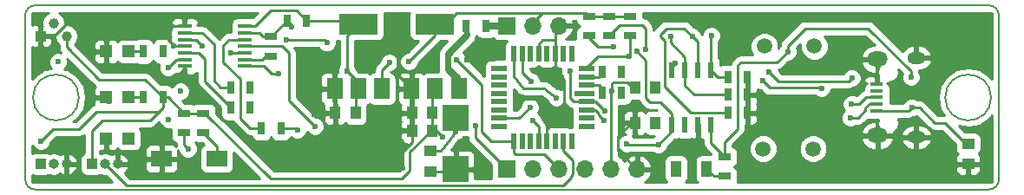
<source format=gbr>
%TF.GenerationSoftware,KiCad,Pcbnew,4.0.7*%
%TF.CreationDate,2018-01-21T21:44:21+02:00*%
%TF.ProjectId,OilMeteo_V2.0,4F696C4D6574656F5F56322E302E6B69,rev?*%
%TF.FileFunction,Copper,L1,Top,Signal*%
%FSLAX46Y46*%
G04 Gerber Fmt 4.6, Leading zero omitted, Abs format (unit mm)*
G04 Created by KiCad (PCBNEW 4.0.7) date 01/21/18 21:44:21*
%MOMM*%
%LPD*%
G01*
G04 APERTURE LIST*
%ADD10C,0.150000*%
%ADD11R,1.250000X1.000000*%
%ADD12R,2.500000X2.550000*%
%ADD13R,1.000000X1.250000*%
%ADD14R,1.000000X1.600000*%
%ADD15R,1.300000X0.450000*%
%ADD16O,2.000000X1.450000*%
%ADD17O,1.800000X1.150000*%
%ADD18R,1.700000X1.700000*%
%ADD19O,1.700000X1.700000*%
%ADD20R,1.000000X1.000000*%
%ADD21O,1.000000X1.000000*%
%ADD22R,1.200000X1.200000*%
%ADD23C,1.000000*%
%ADD24R,1.300000X0.700000*%
%ADD25R,0.700000X1.300000*%
%ADD26R,2.000000X1.600000*%
%ADD27R,0.550000X1.600000*%
%ADD28R,1.600000X0.550000*%
%ADD29R,3.800000X2.000000*%
%ADD30R,1.500000X2.000000*%
%ADD31R,1.450000X0.450000*%
%ADD32R,0.600000X1.550000*%
%ADD33C,1.500000*%
%ADD34C,0.600000*%
%ADD35C,0.250000*%
%ADD36C,0.254000*%
G04 APERTURE END LIST*
D10*
X100000000Y-35000000D02*
X193000000Y-35000000D01*
X99000000Y-52000000D02*
X99000000Y-36000000D01*
X193000000Y-53000000D02*
X100000000Y-53000000D01*
X194000000Y-36000000D02*
X194000000Y-52000000D01*
X194000000Y-36000000D02*
G75*
G03X193000000Y-35000000I-1000000J0D01*
G01*
X193000000Y-53000000D02*
G75*
G03X194000000Y-52000000I0J1000000D01*
G01*
X99000000Y-52000000D02*
G75*
G03X100000000Y-53000000I1000000J0D01*
G01*
X100000000Y-35000000D02*
G75*
G03X99000000Y-36000000I0J-1000000D01*
G01*
X104236068Y-44000000D02*
G75*
G03X104236068Y-44000000I-2236068J0D01*
G01*
X193236068Y-44000000D02*
G75*
G03X193236068Y-44000000I-2236068J0D01*
G01*
D11*
X138500000Y-49250000D03*
X138500000Y-51250000D03*
D12*
X141000000Y-45975000D03*
X141000000Y-51025000D03*
D13*
X138750000Y-47250000D03*
X136750000Y-47250000D03*
D11*
X191000000Y-48500000D03*
X191000000Y-50500000D03*
D13*
X158500000Y-43000000D03*
X160500000Y-43000000D03*
X131250000Y-45500000D03*
X129250000Y-45500000D03*
X138750000Y-45500000D03*
X136750000Y-45500000D03*
X160500000Y-46500000D03*
X158500000Y-46500000D03*
D14*
X162500000Y-51000000D03*
X165500000Y-51000000D03*
D15*
X182100000Y-45300000D03*
X182100000Y-44650000D03*
X182100000Y-44000000D03*
X182100000Y-43350000D03*
X182100000Y-42700000D03*
D16*
X182150000Y-47725000D03*
X182150000Y-40275000D03*
D17*
X185950000Y-47875000D03*
X185950000Y-40125000D03*
D18*
X146000000Y-37000000D03*
D19*
X148540000Y-37000000D03*
X151080000Y-37000000D03*
D20*
X105500000Y-50500000D03*
D21*
X106770000Y-50500000D03*
X108040000Y-50500000D03*
D20*
X100500000Y-50500000D03*
D21*
X101770000Y-50500000D03*
X103040000Y-50500000D03*
D18*
X146000000Y-51000000D03*
D19*
X148540000Y-51000000D03*
X151080000Y-51000000D03*
X153620000Y-51000000D03*
X156160000Y-51000000D03*
X158700000Y-51000000D03*
D22*
X109100000Y-39500000D03*
X106900000Y-39500000D03*
X109100000Y-44000000D03*
X106900000Y-44000000D03*
D23*
X101770000Y-36730000D03*
X103040000Y-38000000D03*
D20*
X100500000Y-38000000D03*
D24*
X116357400Y-45532000D03*
X116357400Y-47432000D03*
D25*
X157200000Y-43500000D03*
X155300000Y-43500000D03*
X157200000Y-41500000D03*
X155300000Y-41500000D03*
X110550000Y-44000000D03*
X112450000Y-44000000D03*
D24*
X154000000Y-36050000D03*
X154000000Y-37950000D03*
D25*
X110550000Y-39500000D03*
X112450000Y-39500000D03*
X123950000Y-47000000D03*
X122050000Y-47000000D03*
D24*
X114500000Y-47450000D03*
X114500000Y-45550000D03*
D25*
X119050000Y-43000000D03*
X120950000Y-43000000D03*
X119050000Y-45000000D03*
X120950000Y-45000000D03*
X142050000Y-37000000D03*
X143950000Y-37000000D03*
D24*
X123000000Y-38050000D03*
X123000000Y-39950000D03*
D25*
X124550000Y-36500000D03*
X126450000Y-36500000D03*
X167550000Y-42000000D03*
X169450000Y-42000000D03*
X167550000Y-45500000D03*
X169450000Y-45500000D03*
X167550000Y-43750000D03*
X169450000Y-43750000D03*
D24*
X156000000Y-36050000D03*
X156000000Y-37950000D03*
X158000000Y-36050000D03*
X158000000Y-37950000D03*
X167250000Y-49800000D03*
X167250000Y-51700000D03*
D22*
X109100000Y-48000000D03*
X106900000Y-48000000D03*
D26*
X117700000Y-50000000D03*
X112300000Y-50000000D03*
D27*
X152300000Y-39750000D03*
X151500000Y-39750000D03*
X150700000Y-39750000D03*
X149900000Y-39750000D03*
X149100000Y-39750000D03*
X148300000Y-39750000D03*
X147500000Y-39750000D03*
X146700000Y-39750000D03*
D28*
X145250000Y-41200000D03*
X145250000Y-42000000D03*
X145250000Y-42800000D03*
X145250000Y-43600000D03*
X145250000Y-44400000D03*
X145250000Y-45200000D03*
X145250000Y-46000000D03*
X145250000Y-46800000D03*
D27*
X146700000Y-48250000D03*
X147500000Y-48250000D03*
X148300000Y-48250000D03*
X149100000Y-48250000D03*
X149900000Y-48250000D03*
X150700000Y-48250000D03*
X151500000Y-48250000D03*
X152300000Y-48250000D03*
D28*
X153750000Y-46800000D03*
X153750000Y-46000000D03*
X153750000Y-45200000D03*
X153750000Y-44400000D03*
X153750000Y-43600000D03*
X153750000Y-42800000D03*
X153750000Y-42000000D03*
X153750000Y-41200000D03*
D29*
X139000000Y-36850000D03*
D30*
X139000000Y-43150000D03*
X141300000Y-43150000D03*
X136700000Y-43150000D03*
D31*
X114550000Y-37050000D03*
X114550000Y-37700000D03*
X114550000Y-38350000D03*
X114550000Y-39000000D03*
X114550000Y-39650000D03*
X114550000Y-40300000D03*
X114550000Y-40950000D03*
X120450000Y-40950000D03*
X120450000Y-40300000D03*
X120450000Y-39650000D03*
X120450000Y-39000000D03*
X120450000Y-38350000D03*
X120450000Y-37700000D03*
X120450000Y-37050000D03*
D29*
X131500000Y-36850000D03*
D30*
X131500000Y-43150000D03*
X133800000Y-43150000D03*
X129200000Y-43150000D03*
D32*
X165905000Y-41300000D03*
X164635000Y-41300000D03*
X163365000Y-41300000D03*
X162095000Y-41300000D03*
X162095000Y-46700000D03*
X163365000Y-46700000D03*
X164635000Y-46700000D03*
X165905000Y-46700000D03*
D33*
X171000000Y-49000000D03*
X175880000Y-49000000D03*
X176000000Y-39000000D03*
X171120000Y-39000000D03*
D34*
X102209600Y-40518080D03*
X114162840Y-43390820D03*
X112989360Y-46156880D03*
X149900000Y-39750000D03*
X148300000Y-39750000D03*
X141023340Y-47320200D03*
X147482560Y-48326040D03*
X127162560Y-40065960D03*
X108122720Y-37246560D03*
X113888520Y-41833800D03*
X113461800Y-38968680D03*
X106900000Y-48000000D03*
X107248960Y-44358560D03*
X104200960Y-48646080D03*
X106923840Y-47995840D03*
X117911880Y-37459920D03*
X119085360Y-39639240D03*
X127193040Y-45643800D03*
X135453120Y-37876480D03*
X142074900Y-40347900D03*
X145120360Y-39926260D03*
X146824700Y-44173140D03*
X141000000Y-51025000D03*
X138358880Y-51226720D03*
X135839200Y-50942240D03*
X152237440Y-46857920D03*
X152278080Y-45994320D03*
X162427920Y-40645080D03*
X168445000Y-39350000D03*
X168904920Y-37017960D03*
X164652960Y-46725840D03*
X150500000Y-46250000D03*
X148500000Y-46250000D03*
X100550000Y-48250000D03*
X139720320Y-47868840D03*
X185430160Y-42006520D03*
X173390560Y-39522400D03*
X158000000Y-36050000D03*
X136450000Y-40500000D03*
X139000000Y-43150000D03*
X185500000Y-45000000D03*
X148351240Y-42418000D03*
X150835360Y-44013120D03*
X141300000Y-43150000D03*
X134538720Y-40579040D03*
X130378200Y-41422320D03*
X152808940Y-43594020D03*
X156270960Y-43357800D03*
X117700000Y-50000000D03*
X160492440Y-43007280D03*
X162500000Y-51000000D03*
X160472120Y-46273720D03*
X157175200Y-43342560D03*
X170931840Y-42367200D03*
X176702720Y-43119040D03*
X179650000Y-42090000D03*
X157246320Y-41468040D03*
X171602400Y-41534080D03*
X179628800Y-44637960D03*
X179500000Y-46000000D03*
X109146340Y-47983140D03*
X123741180Y-41673780D03*
X116314220Y-39004240D03*
X112933480Y-41071800D03*
X125559820Y-47150020D03*
X114879120Y-49011840D03*
X151500000Y-39750000D03*
X142920720Y-46715680D03*
X145250000Y-46800000D03*
X127264160Y-46817280D03*
X120985280Y-45069760D03*
X124480320Y-38404800D03*
X128440180Y-38641020D03*
X141122400Y-40309800D03*
X145250000Y-46000000D03*
X148254720Y-44958000D03*
X120944640Y-42976800D03*
X153620000Y-51000000D03*
X152300000Y-39750000D03*
X158658560Y-39502080D03*
X156385260Y-39075360D03*
X157688280Y-48508920D03*
X155440380Y-46222920D03*
X160782000Y-48615600D03*
X152171400Y-41452800D03*
X155529280Y-45278040D03*
X163372800Y-46725840D03*
X145250000Y-44400000D03*
X112455960Y-39486840D03*
X145250000Y-45200000D03*
X124998480Y-37091620D03*
X162001200Y-38039040D03*
X164073840Y-38023800D03*
X165948360Y-37947600D03*
X159539940Y-39263320D03*
X157901640Y-39974520D03*
D35*
X112961420Y-46156880D02*
X112989360Y-46156880D01*
X141053340Y-47290200D02*
X141053340Y-47239400D01*
X141023340Y-47320200D02*
X141053340Y-47290200D01*
X141000000Y-45975000D02*
X141053340Y-47239400D01*
X139553280Y-49250000D02*
X138500000Y-49250000D01*
X141053340Y-47239400D02*
X139553280Y-49250000D01*
X147500000Y-48308600D02*
X147482560Y-48326040D01*
X147500000Y-48308600D02*
X147500000Y-48250000D01*
X106900000Y-39500000D02*
X106900000Y-38469280D01*
X106900000Y-38469280D02*
X108122720Y-37246560D01*
X106900000Y-39500000D02*
X106900000Y-38584160D01*
X101801600Y-38000000D02*
X100500000Y-38000000D01*
X103875840Y-35925760D02*
X101801600Y-38000000D01*
X104241600Y-35925760D02*
X103875840Y-35925760D01*
X106900000Y-38584160D02*
X104241600Y-35925760D01*
X114550000Y-40950000D02*
X114550000Y-41172320D01*
X114550000Y-41172320D02*
X113888520Y-41833800D01*
X113461800Y-38968680D02*
X113492280Y-38938200D01*
X113492280Y-38938200D02*
X113554080Y-39000000D01*
X114550000Y-37050000D02*
X113231640Y-37050000D01*
X113554080Y-39000000D02*
X112882680Y-38328600D01*
X112882680Y-38328600D02*
X112882680Y-37398960D01*
X113554080Y-39000000D02*
X114550000Y-39000000D01*
X113231640Y-37050000D02*
X112882680Y-37398960D01*
X106919680Y-48000000D02*
X106900000Y-48000000D01*
X107248960Y-44358560D02*
X106900000Y-44009600D01*
X106900000Y-44009600D02*
X106900000Y-44000000D01*
X106919680Y-48000000D02*
X106923840Y-47995840D01*
X120450000Y-39650000D02*
X119096120Y-39650000D01*
X119096120Y-39650000D02*
X119085360Y-39639240D01*
X127336840Y-45500000D02*
X129250000Y-45500000D01*
X127193040Y-45643800D02*
X127336840Y-45500000D01*
X150500000Y-46250000D02*
X150500000Y-45697060D01*
X135351520Y-41801520D02*
X136700000Y-43150000D01*
X135351520Y-37978080D02*
X135351520Y-41801520D01*
X135453120Y-37876480D02*
X135351520Y-37978080D01*
X144698720Y-40347900D02*
X142074900Y-40347900D01*
X145120360Y-39926260D02*
X144698720Y-40347900D01*
X148976080Y-44173140D02*
X146824700Y-44173140D01*
X150500000Y-45697060D02*
X148976080Y-44173140D01*
X136750000Y-45500000D02*
X136750000Y-47250000D01*
X136700000Y-43150000D02*
X136700000Y-45450000D01*
X136700000Y-45450000D02*
X136750000Y-45500000D01*
X138500000Y-51250000D02*
X140775000Y-51250000D01*
X140775000Y-51250000D02*
X141000000Y-51025000D01*
X138358880Y-51226720D02*
X138382160Y-51250000D01*
X138382160Y-51250000D02*
X138500000Y-51250000D01*
X136750000Y-47250000D02*
X136750000Y-48385520D01*
X136750000Y-48385520D02*
X135839200Y-49296320D01*
X135839200Y-49296320D02*
X135839200Y-50942240D01*
X150500000Y-46250000D02*
X151629520Y-46250000D01*
X151629520Y-46250000D02*
X152237440Y-46857920D01*
X158500000Y-46500000D02*
X158142720Y-46500000D01*
X158142720Y-46500000D02*
X156870400Y-47772320D01*
X156870400Y-49170400D02*
X158700000Y-51000000D01*
X156870400Y-47772320D02*
X156870400Y-49170400D01*
X150700000Y-41439360D02*
X150700000Y-39750000D01*
X151566880Y-42306240D02*
X150700000Y-41439360D01*
X151566880Y-44968160D02*
X151566880Y-42306240D01*
X152278080Y-45994320D02*
X151566880Y-44968160D01*
X162095000Y-41300000D02*
X162095000Y-40978000D01*
X162095000Y-40978000D02*
X162427920Y-40645080D01*
X168904920Y-38890080D02*
X168904920Y-37017960D01*
X168445000Y-39350000D02*
X168904920Y-38890080D01*
X182100000Y-42700000D02*
X182100000Y-40325000D01*
X182100000Y-40325000D02*
X182150000Y-40275000D01*
X149100000Y-39750000D02*
X149100000Y-38776180D01*
X149471380Y-38404800D02*
X150700000Y-38404800D01*
X149100000Y-38776180D02*
X149471380Y-38404800D01*
X150700000Y-39750000D02*
X150700000Y-38404800D01*
X150700000Y-38404800D02*
X150700000Y-37380000D01*
X150700000Y-37380000D02*
X151080000Y-37000000D01*
X164652960Y-46725840D02*
X164635000Y-46707880D01*
X164635000Y-46707880D02*
X164635000Y-46700000D01*
X149900000Y-48250000D02*
X149900000Y-46850000D01*
X149900000Y-46850000D02*
X150500000Y-46250000D01*
X149100000Y-48250000D02*
X149100000Y-46850000D01*
X149100000Y-46850000D02*
X148500000Y-46250000D01*
X138750000Y-47250000D02*
X138601800Y-47250000D01*
X138601800Y-47250000D02*
X136550400Y-49301400D01*
X122948700Y-51930300D02*
X116550400Y-45532000D01*
X135788400Y-51930300D02*
X122948700Y-51930300D01*
X136550400Y-51168300D02*
X135788400Y-51930300D01*
X136550400Y-49301400D02*
X136550400Y-51168300D01*
X116550400Y-45532000D02*
X116357400Y-45532000D01*
X105976420Y-45374560D02*
X112039400Y-45374560D01*
X104244140Y-47106840D02*
X105976420Y-45374560D01*
X101693160Y-47106840D02*
X104244140Y-47106840D01*
X100550000Y-48250000D02*
X101693160Y-47106840D01*
X103040000Y-38000000D02*
X103040000Y-39085340D01*
X110723220Y-42273220D02*
X112450000Y-44000000D01*
X106227880Y-42273220D02*
X110723220Y-42273220D01*
X103040000Y-39085340D02*
X106227880Y-42273220D01*
X138750000Y-47250000D02*
X139101480Y-47250000D01*
X139101480Y-47250000D02*
X139720320Y-47868840D01*
X165905000Y-46700000D02*
X165905000Y-48455000D01*
X165905000Y-48455000D02*
X167250000Y-49800000D01*
X114500000Y-45550000D02*
X116339400Y-45550000D01*
X116339400Y-45550000D02*
X116357400Y-45532000D01*
X112450000Y-44000000D02*
X112950000Y-44000000D01*
X112950000Y-44000000D02*
X114500000Y-45550000D01*
X105500000Y-50500000D02*
X105500000Y-47273040D01*
X111173260Y-46240700D02*
X112039400Y-45374560D01*
X106532340Y-46240700D02*
X111173260Y-46240700D01*
X105500000Y-47273040D02*
X106532340Y-46240700D01*
X112039400Y-45374560D02*
X112450000Y-44963960D01*
X112450000Y-44963960D02*
X112450000Y-44000000D01*
X139000000Y-36850000D02*
X140035600Y-36850000D01*
X140035600Y-36850000D02*
X141102080Y-35783520D01*
X149616160Y-35783520D02*
X149616160Y-35742880D01*
X141102080Y-35783520D02*
X149616160Y-35783520D01*
X148540000Y-37000000D02*
X148540000Y-36676800D01*
X148540000Y-36676800D02*
X149473920Y-35742880D01*
X149473920Y-35742880D02*
X149616160Y-35742880D01*
X149616160Y-35742880D02*
X153692880Y-35742880D01*
X153692880Y-35742880D02*
X154000000Y-36050000D01*
X148540000Y-51000000D02*
X148491600Y-51000000D01*
X138718640Y-47250000D02*
X138750000Y-47250000D01*
X173390560Y-39522400D02*
X173390560Y-38933120D01*
X185430160Y-41422320D02*
X185430160Y-42006520D01*
X181254400Y-37246560D02*
X185430160Y-41422320D01*
X175077120Y-37246560D02*
X181254400Y-37246560D01*
X173390560Y-38933120D02*
X175077120Y-37246560D01*
X167250000Y-49800000D02*
X167250000Y-48345200D01*
X172344080Y-40568880D02*
X173390560Y-39522400D01*
X168813480Y-40568880D02*
X172344080Y-40568880D01*
X168523920Y-40858440D02*
X168813480Y-40568880D01*
X168523920Y-47071280D02*
X168523920Y-40858440D01*
X167250000Y-48345200D02*
X168523920Y-47071280D01*
X156000000Y-36050000D02*
X158000000Y-36050000D01*
X154000000Y-36050000D02*
X155318240Y-36050000D01*
X155318240Y-36050000D02*
X156000000Y-36050000D01*
X139000000Y-37950000D02*
X139000000Y-36850000D01*
X136450000Y-40500000D02*
X139000000Y-37950000D01*
X138750000Y-43400000D02*
X139000000Y-43150000D01*
X138750000Y-45500000D02*
X138750000Y-43400000D01*
X138750000Y-45500000D02*
X138750000Y-47250000D01*
X191000000Y-48500000D02*
X190750000Y-48500000D01*
X190750000Y-48500000D02*
X188750000Y-46500000D01*
X188750000Y-46500000D02*
X187750000Y-46500000D01*
X187750000Y-46500000D02*
X186250000Y-45000000D01*
X186250000Y-45000000D02*
X185500000Y-45000000D01*
X182100000Y-45300000D02*
X185200000Y-45300000D01*
X185200000Y-45300000D02*
X185500000Y-45000000D01*
X147500000Y-41566760D02*
X147500000Y-39750000D01*
X148351240Y-42418000D02*
X147500000Y-41566760D01*
X146700000Y-41947860D02*
X146700000Y-39750000D01*
X147574000Y-43078400D02*
X146700000Y-41947860D01*
X149669500Y-43078400D02*
X147574000Y-43078400D01*
X150835360Y-44013120D02*
X149669500Y-43078400D01*
X140065760Y-41351200D02*
X140266420Y-41351200D01*
X141038580Y-42123360D02*
X141038580Y-42136060D01*
X140266420Y-41351200D02*
X141038580Y-42123360D01*
X140065760Y-41351200D02*
X140065760Y-41351200D01*
X140065760Y-41351200D02*
X141300000Y-42585440D01*
X142050000Y-37000000D02*
X142050000Y-37538160D01*
X142050000Y-37538160D02*
X141955520Y-37632640D01*
X141955520Y-37632640D02*
X141955520Y-37774880D01*
X141955520Y-37774880D02*
X140065760Y-39664640D01*
X140065760Y-39664640D02*
X140065760Y-41351200D01*
X141300000Y-42585440D02*
X141300000Y-43150000D01*
X142050000Y-37000000D02*
X142050000Y-37462960D01*
X142050000Y-37462960D02*
X142280640Y-37693600D01*
X141300000Y-41955520D02*
X141300000Y-43150000D01*
X140390880Y-41046400D02*
X141300000Y-41955520D01*
X140390880Y-39867840D02*
X140390880Y-41046400D01*
X142280640Y-37978080D02*
X140390880Y-39867840D01*
X142280640Y-37693600D02*
X142280640Y-37978080D01*
X141300000Y-43150000D02*
X141300000Y-42219680D01*
X141300000Y-42219680D02*
X140248640Y-41168320D01*
X140248640Y-41168320D02*
X140248640Y-39745920D01*
X140248640Y-39745920D02*
X142050000Y-37944560D01*
X142050000Y-37944560D02*
X142050000Y-37000000D01*
X133800000Y-43150000D02*
X133800000Y-41317760D01*
X133800000Y-41317760D02*
X134538720Y-40579040D01*
X120450000Y-37050000D02*
X121405360Y-37050000D01*
X125464280Y-35514280D02*
X126450000Y-36500000D01*
X122941080Y-35514280D02*
X125464280Y-35514280D01*
X121405360Y-37050000D02*
X122941080Y-35514280D01*
X126450000Y-36500000D02*
X131150000Y-36500000D01*
X131150000Y-36500000D02*
X131500000Y-36850000D01*
X130378200Y-41422320D02*
X130378200Y-37971800D01*
X130378200Y-37971800D02*
X131500000Y-36850000D01*
X131500000Y-43150000D02*
X131500000Y-42544120D01*
X131500000Y-42544120D02*
X130378200Y-41422320D01*
X131250000Y-45500000D02*
X131250000Y-43400000D01*
X131250000Y-43400000D02*
X131500000Y-43150000D01*
X158500000Y-43000000D02*
X158295680Y-43000000D01*
X158295680Y-43000000D02*
X157782260Y-42486580D01*
X157782260Y-42486580D02*
X156430980Y-42486580D01*
X156430980Y-42486580D02*
X156270960Y-42646600D01*
X156270960Y-42646600D02*
X156270960Y-43357800D01*
X156160000Y-51000000D02*
X156160000Y-43468760D01*
X153086700Y-43531420D02*
X153750000Y-43600000D01*
X152808940Y-43594020D02*
X153086700Y-43531420D01*
X156160000Y-43468760D02*
X156270960Y-43357800D01*
X116357400Y-47432000D02*
X117700000Y-48774600D01*
X117700000Y-50000000D02*
X117700000Y-48774600D01*
X160492440Y-43007280D02*
X160499720Y-43000000D01*
X160499720Y-43000000D02*
X160500000Y-43000000D01*
X160472120Y-46273720D02*
X160500000Y-46301600D01*
X160500000Y-46301600D02*
X160500000Y-46500000D01*
X157175200Y-43342560D02*
X157200000Y-43367360D01*
X171622720Y-43058080D02*
X170931840Y-42367200D01*
X176641760Y-43058080D02*
X171622720Y-43058080D01*
X176702720Y-43119040D02*
X176641760Y-43058080D01*
X157200000Y-43367360D02*
X157200000Y-43500000D01*
X157214360Y-41500000D02*
X157246320Y-41468040D01*
X172476160Y-42407840D02*
X171602400Y-41534080D01*
X179332160Y-42407840D02*
X172476160Y-42407840D01*
X179332160Y-42407840D02*
X179650000Y-42090000D01*
X157214360Y-41500000D02*
X157200000Y-41500000D01*
X157125880Y-41500000D02*
X157200000Y-41500000D01*
X182100000Y-44000000D02*
X181010980Y-44000000D01*
X180373020Y-44637960D02*
X179628800Y-44637960D01*
X181010980Y-44000000D02*
X180373020Y-44637960D01*
X182100000Y-44650000D02*
X181350000Y-44650000D01*
X180250000Y-46000000D02*
X179500000Y-46000000D01*
X181000000Y-45250000D02*
X180250000Y-46000000D01*
X181000000Y-45000000D02*
X181000000Y-45250000D01*
X181350000Y-44650000D02*
X181000000Y-45000000D01*
X167250000Y-51700000D02*
X166200000Y-51700000D01*
X166200000Y-51700000D02*
X165500000Y-51000000D01*
X109146340Y-47983140D02*
X109129480Y-48000000D01*
X109129480Y-48000000D02*
X109100000Y-48000000D01*
X120450000Y-40950000D02*
X122285880Y-40950000D01*
X123009660Y-41673780D02*
X123741180Y-41673780D01*
X122285880Y-40950000D02*
X123009660Y-41673780D01*
X115659980Y-38350000D02*
X114550000Y-38350000D01*
X116314220Y-39004240D02*
X115659980Y-38350000D01*
X114550000Y-40300000D02*
X113705280Y-40300000D01*
X113705280Y-40300000D02*
X112933480Y-41071800D01*
X123950000Y-47000000D02*
X125409800Y-47000000D01*
X125409800Y-47000000D02*
X125559820Y-47150020D01*
X114500000Y-47450000D02*
X114500000Y-48632720D01*
X114500000Y-48632720D02*
X114879120Y-49011840D01*
X143950000Y-37000000D02*
X144175300Y-37000000D01*
X144175300Y-37000000D02*
X144338040Y-37162740D01*
X144338040Y-37162740D02*
X145837260Y-37162740D01*
X145837260Y-37162740D02*
X146000000Y-37000000D01*
X143950000Y-37000000D02*
X143997860Y-37000000D01*
X143997860Y-37000000D02*
X144223740Y-36774120D01*
X144223740Y-36774120D02*
X145774120Y-36774120D01*
X145774120Y-36774120D02*
X146000000Y-37000000D01*
X143950000Y-37000000D02*
X146000000Y-37000000D01*
X151500000Y-48250000D02*
X151500000Y-49209120D01*
X108908960Y-52638960D02*
X106770000Y-50500000D01*
X151455120Y-52638960D02*
X108908960Y-52638960D01*
X152247600Y-51846480D02*
X151455120Y-52638960D01*
X152247600Y-51663600D02*
X152247600Y-51846480D01*
X152400000Y-51511200D02*
X152247600Y-51663600D01*
X152400000Y-50109120D02*
X152400000Y-51511200D01*
X151500000Y-49209120D02*
X152400000Y-50109120D01*
X146000000Y-51000000D02*
X145975680Y-51000000D01*
X145975680Y-51000000D02*
X142920720Y-47945040D01*
X142920720Y-47945040D02*
X142920720Y-46715680D01*
X120450000Y-39000000D02*
X124039200Y-39000000D01*
X124724160Y-39684960D02*
X124039200Y-39000000D01*
X124724160Y-44277280D02*
X124724160Y-39684960D01*
X127264160Y-46817280D02*
X124724160Y-44277280D01*
X146700000Y-48250000D02*
X146700000Y-49407840D01*
X149640480Y-49560480D02*
X151080000Y-51000000D01*
X146852640Y-49560480D02*
X149640480Y-49560480D01*
X146700000Y-49407840D02*
X146852640Y-49560480D01*
X146700000Y-48250000D02*
X144465200Y-48250000D01*
X120985280Y-45069760D02*
X120950000Y-45034480D01*
X128203960Y-38404800D02*
X124480320Y-38404800D01*
X128440180Y-38641020D02*
X128203960Y-38404800D01*
X143560800Y-42748200D02*
X141122400Y-40309800D01*
X143560800Y-47345600D02*
X143560800Y-42748200D01*
X144465200Y-48250000D02*
X143560800Y-47345600D01*
X120950000Y-45034480D02*
X120950000Y-45000000D01*
X148254720Y-44958000D02*
X147212720Y-46000000D01*
X147212720Y-46000000D02*
X145250000Y-46000000D01*
X120944640Y-42976800D02*
X120950000Y-42982160D01*
X120950000Y-42982160D02*
X120950000Y-43000000D01*
X120906880Y-43000000D02*
X120950000Y-43000000D01*
X109100000Y-39500000D02*
X110550000Y-39500000D01*
X109100000Y-44000000D02*
X110550000Y-44000000D01*
X155300000Y-43500000D02*
X155300000Y-43092960D01*
X155300000Y-43092960D02*
X155007040Y-42800000D01*
X155007040Y-42800000D02*
X153750000Y-42800000D01*
X155300000Y-41500000D02*
X155300000Y-41641440D01*
X155300000Y-41641440D02*
X154941440Y-42000000D01*
X154941440Y-42000000D02*
X153750000Y-42000000D01*
X162095000Y-46700000D02*
X162095000Y-45600440D01*
X159532320Y-40375840D02*
X158658560Y-39502080D01*
X159532320Y-44053760D02*
X159532320Y-40375840D01*
X159938720Y-44460160D02*
X159532320Y-44053760D01*
X160954720Y-44460160D02*
X159938720Y-44460160D01*
X162095000Y-45600440D02*
X160954720Y-44460160D01*
X154000000Y-37950000D02*
X154000000Y-38206480D01*
X154000000Y-38206480D02*
X154868880Y-39075360D01*
X154868880Y-39075360D02*
X156385260Y-39075360D01*
X153750000Y-45200000D02*
X154615580Y-45200000D01*
X157794960Y-48615600D02*
X160782000Y-48615600D01*
X157688280Y-48508920D02*
X157794960Y-48615600D01*
X154952700Y-45735240D02*
X155440380Y-46222920D01*
X154952700Y-45537120D02*
X154952700Y-45735240D01*
X154615580Y-45200000D02*
X154952700Y-45537120D01*
X162095000Y-46700000D02*
X162095000Y-47302600D01*
X162095000Y-47302600D02*
X160782000Y-48615600D01*
X153750000Y-44400000D02*
X152517640Y-44400000D01*
X152133300Y-41490900D02*
X152171400Y-41452800D01*
X152133300Y-44015660D02*
X152133300Y-41490900D01*
X152517640Y-44400000D02*
X152133300Y-44015660D01*
X153750000Y-44400000D02*
X154651240Y-44400000D01*
X154651240Y-44400000D02*
X155529280Y-45278040D01*
X163372800Y-46725840D02*
X163365000Y-46718040D01*
X163365000Y-46718040D02*
X163365000Y-46700000D01*
X112450000Y-39492800D02*
X112455960Y-39486840D01*
X112450000Y-39492800D02*
X112450000Y-39500000D01*
X122050000Y-47000000D02*
X120924160Y-47000000D01*
X118906480Y-38350000D02*
X120450000Y-38350000D01*
X118343680Y-38912800D02*
X118906480Y-38350000D01*
X118343680Y-40558720D02*
X118343680Y-38912800D01*
X120009920Y-42224960D02*
X118343680Y-40558720D01*
X120009920Y-46085760D02*
X120009920Y-42224960D01*
X120924160Y-47000000D02*
X120009920Y-46085760D01*
X119050000Y-43000000D02*
X118041760Y-43000000D01*
X116297760Y-37700000D02*
X114550000Y-37700000D01*
X117429280Y-38831520D02*
X116297760Y-37700000D01*
X117429280Y-42387520D02*
X117429280Y-38831520D01*
X118041760Y-43000000D02*
X117429280Y-42387520D01*
X119050000Y-45000000D02*
X119050000Y-44942960D01*
X119050000Y-44942960D02*
X116514880Y-42407840D01*
X116514880Y-42407840D02*
X116514880Y-40233600D01*
X116514880Y-40233600D02*
X115931280Y-39650000D01*
X115931280Y-39650000D02*
X114550000Y-39650000D01*
X124998480Y-37091620D02*
X124998480Y-36948480D01*
X124998480Y-36948480D02*
X124550000Y-36500000D01*
X123000000Y-38050000D02*
X124550000Y-36500000D01*
X123000000Y-38050000D02*
X122195120Y-38050000D01*
X121845120Y-37700000D02*
X120450000Y-37700000D01*
X122195120Y-38050000D02*
X121845120Y-37700000D01*
X124550000Y-36643140D02*
X124998480Y-37091620D01*
X124550000Y-36643140D02*
X124550000Y-36500000D01*
X123000000Y-39950000D02*
X122488080Y-39950000D01*
X122488080Y-39950000D02*
X122138080Y-40300000D01*
X122138080Y-40300000D02*
X120450000Y-40300000D01*
X163365000Y-41300000D02*
X163365000Y-40027680D01*
X162001200Y-38663880D02*
X162001200Y-38039040D01*
X163365000Y-40027680D02*
X162001200Y-38663880D01*
X167550000Y-43750000D02*
X164237440Y-43750000D01*
X163365000Y-42877560D02*
X163365000Y-41300000D01*
X164237440Y-43750000D02*
X163365000Y-42877560D01*
X167550000Y-45500000D02*
X163924960Y-45500000D01*
X163296600Y-37246560D02*
X164073840Y-38023800D01*
X161544000Y-37246560D02*
X163296600Y-37246560D01*
X160954720Y-37835840D02*
X161544000Y-37246560D01*
X160954720Y-38018720D02*
X160954720Y-37835840D01*
X161401760Y-38465760D02*
X160954720Y-38018720D01*
X161401760Y-42976800D02*
X161401760Y-38465760D01*
X163924960Y-45500000D02*
X161401760Y-42976800D01*
X164635000Y-41300000D02*
X164635000Y-38584960D01*
X164635000Y-38584960D02*
X164073840Y-38023800D01*
X164606840Y-41300000D02*
X164635000Y-41300000D01*
X165905000Y-41300000D02*
X165905000Y-37990960D01*
X165905000Y-37990960D02*
X165948360Y-37947600D01*
X167550000Y-42000000D02*
X166605000Y-42000000D01*
X166605000Y-42000000D02*
X165905000Y-41300000D01*
X156000000Y-37950000D02*
X156000000Y-37913760D01*
X156000000Y-37913760D02*
X156992320Y-36921440D01*
X156992320Y-36921440D02*
X159227520Y-36921440D01*
X159227520Y-36921440D02*
X159539940Y-37233860D01*
X159539940Y-37233860D02*
X159539940Y-39263320D01*
X157901640Y-39974520D02*
X157894020Y-39982140D01*
X157894020Y-39982140D02*
X157805120Y-39982140D01*
X153750000Y-41200000D02*
X153750000Y-41088320D01*
X153750000Y-41088320D02*
X154856180Y-39982140D01*
X154856180Y-39982140D02*
X157805120Y-39982140D01*
X157805120Y-39982140D02*
X158000000Y-39787260D01*
X158000000Y-39787260D02*
X158000000Y-37950000D01*
D36*
G36*
X164762000Y-46573000D02*
X164782000Y-46573000D01*
X164782000Y-46827000D01*
X164762000Y-46827000D01*
X164762000Y-47951250D01*
X164920750Y-48110000D01*
X165061310Y-48110000D01*
X165145000Y-48075334D01*
X165145000Y-48455000D01*
X165202852Y-48745839D01*
X165367599Y-48992401D01*
X165927758Y-49552560D01*
X165000000Y-49552560D01*
X164764683Y-49596838D01*
X164548559Y-49735910D01*
X164403569Y-49948110D01*
X164352560Y-50200000D01*
X164352560Y-51800000D01*
X164396838Y-52035317D01*
X164535910Y-52251441D01*
X164592343Y-52290000D01*
X163411176Y-52290000D01*
X163451441Y-52264090D01*
X163596431Y-52051890D01*
X163647440Y-51800000D01*
X163647440Y-50200000D01*
X163603162Y-49964683D01*
X163464090Y-49748559D01*
X163251890Y-49603569D01*
X163000000Y-49552560D01*
X162000000Y-49552560D01*
X161764683Y-49596838D01*
X161548559Y-49735910D01*
X161403569Y-49948110D01*
X161352560Y-50200000D01*
X161352560Y-51800000D01*
X161396838Y-52035317D01*
X161535910Y-52251441D01*
X161592343Y-52290000D01*
X159422608Y-52290000D01*
X159466924Y-52271645D01*
X159895183Y-51881358D01*
X160141486Y-51356892D01*
X160020819Y-51127000D01*
X158827000Y-51127000D01*
X158827000Y-51147000D01*
X158573000Y-51147000D01*
X158573000Y-51127000D01*
X158553000Y-51127000D01*
X158553000Y-50873000D01*
X158573000Y-50873000D01*
X158573000Y-49679845D01*
X158827000Y-49679845D01*
X158827000Y-50873000D01*
X160020819Y-50873000D01*
X160141486Y-50643108D01*
X159895183Y-50118642D01*
X159466924Y-49728355D01*
X159056890Y-49558524D01*
X158827000Y-49679845D01*
X158573000Y-49679845D01*
X158343110Y-49558524D01*
X157933076Y-49728355D01*
X157504817Y-50118642D01*
X157437702Y-50261553D01*
X157210054Y-49920853D01*
X156920000Y-49727046D01*
X156920000Y-49062743D01*
X157157953Y-49301112D01*
X157501481Y-49443758D01*
X157873447Y-49444082D01*
X158039187Y-49375600D01*
X160219537Y-49375600D01*
X160251673Y-49407792D01*
X160595201Y-49550438D01*
X160967167Y-49550762D01*
X161310943Y-49408717D01*
X161574192Y-49145927D01*
X161716838Y-48802399D01*
X161716879Y-48755523D01*
X162349962Y-48122440D01*
X162395000Y-48122440D01*
X162630317Y-48078162D01*
X162729528Y-48014322D01*
X162813110Y-48071431D01*
X163065000Y-48122440D01*
X163665000Y-48122440D01*
X163900317Y-48078162D01*
X163990980Y-48019822D01*
X164208690Y-48110000D01*
X164349250Y-48110000D01*
X164508000Y-47951250D01*
X164508000Y-46827000D01*
X164488000Y-46827000D01*
X164488000Y-46573000D01*
X164508000Y-46573000D01*
X164508000Y-46553000D01*
X164762000Y-46553000D01*
X164762000Y-46573000D01*
X164762000Y-46573000D01*
G37*
X164762000Y-46573000D02*
X164782000Y-46573000D01*
X164782000Y-46827000D01*
X164762000Y-46827000D01*
X164762000Y-47951250D01*
X164920750Y-48110000D01*
X165061310Y-48110000D01*
X165145000Y-48075334D01*
X165145000Y-48455000D01*
X165202852Y-48745839D01*
X165367599Y-48992401D01*
X165927758Y-49552560D01*
X165000000Y-49552560D01*
X164764683Y-49596838D01*
X164548559Y-49735910D01*
X164403569Y-49948110D01*
X164352560Y-50200000D01*
X164352560Y-51800000D01*
X164396838Y-52035317D01*
X164535910Y-52251441D01*
X164592343Y-52290000D01*
X163411176Y-52290000D01*
X163451441Y-52264090D01*
X163596431Y-52051890D01*
X163647440Y-51800000D01*
X163647440Y-50200000D01*
X163603162Y-49964683D01*
X163464090Y-49748559D01*
X163251890Y-49603569D01*
X163000000Y-49552560D01*
X162000000Y-49552560D01*
X161764683Y-49596838D01*
X161548559Y-49735910D01*
X161403569Y-49948110D01*
X161352560Y-50200000D01*
X161352560Y-51800000D01*
X161396838Y-52035317D01*
X161535910Y-52251441D01*
X161592343Y-52290000D01*
X159422608Y-52290000D01*
X159466924Y-52271645D01*
X159895183Y-51881358D01*
X160141486Y-51356892D01*
X160020819Y-51127000D01*
X158827000Y-51127000D01*
X158827000Y-51147000D01*
X158573000Y-51147000D01*
X158573000Y-51127000D01*
X158553000Y-51127000D01*
X158553000Y-50873000D01*
X158573000Y-50873000D01*
X158573000Y-49679845D01*
X158827000Y-49679845D01*
X158827000Y-50873000D01*
X160020819Y-50873000D01*
X160141486Y-50643108D01*
X159895183Y-50118642D01*
X159466924Y-49728355D01*
X159056890Y-49558524D01*
X158827000Y-49679845D01*
X158573000Y-49679845D01*
X158343110Y-49558524D01*
X157933076Y-49728355D01*
X157504817Y-50118642D01*
X157437702Y-50261553D01*
X157210054Y-49920853D01*
X156920000Y-49727046D01*
X156920000Y-49062743D01*
X157157953Y-49301112D01*
X157501481Y-49443758D01*
X157873447Y-49444082D01*
X158039187Y-49375600D01*
X160219537Y-49375600D01*
X160251673Y-49407792D01*
X160595201Y-49550438D01*
X160967167Y-49550762D01*
X161310943Y-49408717D01*
X161574192Y-49145927D01*
X161716838Y-48802399D01*
X161716879Y-48755523D01*
X162349962Y-48122440D01*
X162395000Y-48122440D01*
X162630317Y-48078162D01*
X162729528Y-48014322D01*
X162813110Y-48071431D01*
X163065000Y-48122440D01*
X163665000Y-48122440D01*
X163900317Y-48078162D01*
X163990980Y-48019822D01*
X164208690Y-48110000D01*
X164349250Y-48110000D01*
X164508000Y-47951250D01*
X164508000Y-46827000D01*
X164488000Y-46827000D01*
X164488000Y-46573000D01*
X164508000Y-46573000D01*
X164508000Y-46553000D01*
X164762000Y-46553000D01*
X164762000Y-46573000D01*
G36*
X181848038Y-38915000D02*
X181748000Y-38915000D01*
X181237218Y-39067125D01*
X180823533Y-39403138D01*
X180569924Y-39871884D01*
X180557481Y-39937742D01*
X180680482Y-40148000D01*
X182023000Y-40148000D01*
X182023000Y-40128000D01*
X182277000Y-40128000D01*
X182277000Y-40148000D01*
X182297000Y-40148000D01*
X182297000Y-40402000D01*
X182277000Y-40402000D01*
X182277000Y-41033936D01*
X182243785Y-41083646D01*
X182165000Y-41479723D01*
X182165000Y-41520277D01*
X182243785Y-41916354D01*
X182270065Y-41955685D01*
X182227000Y-41998750D01*
X182227000Y-42477560D01*
X181973000Y-42477560D01*
X181973000Y-41998750D01*
X181814250Y-41840000D01*
X181323690Y-41840000D01*
X181090301Y-41936673D01*
X180911673Y-42115302D01*
X180815000Y-42348691D01*
X180815000Y-42428750D01*
X180973750Y-42587500D01*
X181112641Y-42587500D01*
X180998559Y-42660910D01*
X180853569Y-42873110D01*
X180838442Y-42947808D01*
X180815000Y-42971250D01*
X180815000Y-43051309D01*
X180816668Y-43055335D01*
X180802560Y-43125000D01*
X180802560Y-43281458D01*
X180720141Y-43297852D01*
X180473579Y-43462599D01*
X180110572Y-43825606D01*
X179815599Y-43703122D01*
X179443633Y-43702798D01*
X179099857Y-43844843D01*
X178836608Y-44107633D01*
X178693962Y-44451161D01*
X178693638Y-44823127D01*
X178835683Y-45166903D01*
X178923242Y-45254615D01*
X178707808Y-45469673D01*
X178565162Y-45813201D01*
X178564838Y-46185167D01*
X178706883Y-46528943D01*
X178969673Y-46792192D01*
X179313201Y-46934838D01*
X179685167Y-46935162D01*
X180028943Y-46793117D01*
X180062118Y-46760000D01*
X180250000Y-46760000D01*
X180540839Y-46702148D01*
X180787401Y-46537401D01*
X181202485Y-46122317D01*
X181450000Y-46172440D01*
X182226123Y-46172440D01*
X182165000Y-46479723D01*
X182165000Y-46520277D01*
X182243785Y-46916354D01*
X182277000Y-46966064D01*
X182277000Y-47598000D01*
X183619518Y-47598000D01*
X183640974Y-47561323D01*
X184456365Y-47561323D01*
X184581450Y-47748000D01*
X185823000Y-47748000D01*
X185823000Y-46665000D01*
X186077000Y-46665000D01*
X186077000Y-47748000D01*
X187318550Y-47748000D01*
X187443635Y-47561323D01*
X187441495Y-47529286D01*
X187220402Y-47109204D01*
X186855380Y-46805707D01*
X186402000Y-46665000D01*
X186077000Y-46665000D01*
X185823000Y-46665000D01*
X185498000Y-46665000D01*
X185044620Y-46805707D01*
X184679598Y-47109204D01*
X184458505Y-47529286D01*
X184456365Y-47561323D01*
X183640974Y-47561323D01*
X183742519Y-47387742D01*
X183740993Y-47379663D01*
X183931856Y-47252133D01*
X184156215Y-46916354D01*
X184235000Y-46520277D01*
X184235000Y-46479723D01*
X184156215Y-46083646D01*
X184140415Y-46060000D01*
X185200000Y-46060000D01*
X185490839Y-46002148D01*
X185591213Y-45935080D01*
X185685167Y-45935162D01*
X185986041Y-45810843D01*
X187212599Y-47037401D01*
X187459160Y-47202148D01*
X187750000Y-47260000D01*
X188435198Y-47260000D01*
X189727560Y-48552362D01*
X189727560Y-49000000D01*
X189771838Y-49235317D01*
X189910910Y-49451441D01*
X189979006Y-49497969D01*
X189836673Y-49640302D01*
X189740000Y-49873691D01*
X189740000Y-50214250D01*
X189898750Y-50373000D01*
X190873000Y-50373000D01*
X190873000Y-50353000D01*
X191127000Y-50353000D01*
X191127000Y-50373000D01*
X192101250Y-50373000D01*
X192260000Y-50214250D01*
X192260000Y-49873691D01*
X192163327Y-49640302D01*
X192022090Y-49499064D01*
X192076441Y-49464090D01*
X192221431Y-49251890D01*
X192272440Y-49000000D01*
X192272440Y-48000000D01*
X192228162Y-47764683D01*
X192089090Y-47548559D01*
X191876890Y-47403569D01*
X191625000Y-47352560D01*
X190677362Y-47352560D01*
X190089825Y-46765023D01*
X191000000Y-46946068D01*
X192127411Y-46721812D01*
X193083185Y-46083185D01*
X193290000Y-45773664D01*
X193290000Y-52290000D01*
X168498839Y-52290000D01*
X168547440Y-52050000D01*
X168547440Y-51350000D01*
X168503162Y-51114683D01*
X168364090Y-50898559D01*
X168198989Y-50785750D01*
X189740000Y-50785750D01*
X189740000Y-51126309D01*
X189836673Y-51359698D01*
X190015301Y-51538327D01*
X190248690Y-51635000D01*
X190714250Y-51635000D01*
X190873000Y-51476250D01*
X190873000Y-50627000D01*
X191127000Y-50627000D01*
X191127000Y-51476250D01*
X191285750Y-51635000D01*
X191751310Y-51635000D01*
X191984699Y-51538327D01*
X192163327Y-51359698D01*
X192260000Y-51126309D01*
X192260000Y-50785750D01*
X192101250Y-50627000D01*
X191127000Y-50627000D01*
X190873000Y-50627000D01*
X189898750Y-50627000D01*
X189740000Y-50785750D01*
X168198989Y-50785750D01*
X168151890Y-50753569D01*
X168138803Y-50750919D01*
X168351441Y-50614090D01*
X168496431Y-50401890D01*
X168547440Y-50150000D01*
X168547440Y-49450000D01*
X168514377Y-49274285D01*
X169614760Y-49274285D01*
X169825169Y-49783515D01*
X170214436Y-50173461D01*
X170723298Y-50384759D01*
X171274285Y-50385240D01*
X171783515Y-50174831D01*
X172173461Y-49785564D01*
X172384759Y-49276702D01*
X172384761Y-49274285D01*
X174494760Y-49274285D01*
X174705169Y-49783515D01*
X175094436Y-50173461D01*
X175603298Y-50384759D01*
X176154285Y-50385240D01*
X176663515Y-50174831D01*
X177053461Y-49785564D01*
X177264759Y-49276702D01*
X177265240Y-48725715D01*
X177054831Y-48216485D01*
X176900873Y-48062258D01*
X180557481Y-48062258D01*
X180569924Y-48128116D01*
X180823533Y-48596862D01*
X181237218Y-48932875D01*
X181748000Y-49085000D01*
X182023000Y-49085000D01*
X182023000Y-47852000D01*
X182277000Y-47852000D01*
X182277000Y-49085000D01*
X182552000Y-49085000D01*
X183062782Y-48932875D01*
X183476467Y-48596862D01*
X183697310Y-48188677D01*
X184456365Y-48188677D01*
X184458505Y-48220714D01*
X184679598Y-48640796D01*
X185044620Y-48944293D01*
X185498000Y-49085000D01*
X185823000Y-49085000D01*
X185823000Y-48002000D01*
X186077000Y-48002000D01*
X186077000Y-49085000D01*
X186402000Y-49085000D01*
X186855380Y-48944293D01*
X187220402Y-48640796D01*
X187441495Y-48220714D01*
X187443635Y-48188677D01*
X187318550Y-48002000D01*
X186077000Y-48002000D01*
X185823000Y-48002000D01*
X184581450Y-48002000D01*
X184456365Y-48188677D01*
X183697310Y-48188677D01*
X183730076Y-48128116D01*
X183742519Y-48062258D01*
X183619518Y-47852000D01*
X182277000Y-47852000D01*
X182023000Y-47852000D01*
X180680482Y-47852000D01*
X180557481Y-48062258D01*
X176900873Y-48062258D01*
X176665564Y-47826539D01*
X176156702Y-47615241D01*
X175605715Y-47614760D01*
X175096485Y-47825169D01*
X174706539Y-48214436D01*
X174495241Y-48723298D01*
X174494760Y-49274285D01*
X172384761Y-49274285D01*
X172385240Y-48725715D01*
X172174831Y-48216485D01*
X171785564Y-47826539D01*
X171276702Y-47615241D01*
X170725715Y-47614760D01*
X170216485Y-47825169D01*
X169826539Y-48214436D01*
X169615241Y-48723298D01*
X169614760Y-49274285D01*
X168514377Y-49274285D01*
X168503162Y-49214683D01*
X168364090Y-48998559D01*
X168151890Y-48853569D01*
X168010000Y-48824836D01*
X168010000Y-48660002D01*
X169061321Y-47608681D01*
X169208947Y-47387742D01*
X180557481Y-47387742D01*
X180680482Y-47598000D01*
X182023000Y-47598000D01*
X182023000Y-46365000D01*
X181748000Y-46365000D01*
X181237218Y-46517125D01*
X180823533Y-46853138D01*
X180569924Y-47321884D01*
X180557481Y-47387742D01*
X169208947Y-47387742D01*
X169226068Y-47362119D01*
X169283920Y-47071280D01*
X169283920Y-46665330D01*
X169323000Y-46626250D01*
X169323000Y-45627000D01*
X169577000Y-45627000D01*
X169577000Y-46626250D01*
X169735750Y-46785000D01*
X169926309Y-46785000D01*
X170159698Y-46688327D01*
X170338327Y-46509699D01*
X170435000Y-46276310D01*
X170435000Y-45785750D01*
X170276250Y-45627000D01*
X169577000Y-45627000D01*
X169323000Y-45627000D01*
X169303000Y-45627000D01*
X169303000Y-45373000D01*
X169323000Y-45373000D01*
X169323000Y-43877000D01*
X169577000Y-43877000D01*
X169577000Y-45373000D01*
X170276250Y-45373000D01*
X170435000Y-45214250D01*
X170435000Y-44723690D01*
X170394121Y-44625000D01*
X170435000Y-44526310D01*
X170435000Y-44035750D01*
X170276250Y-43877000D01*
X169577000Y-43877000D01*
X169323000Y-43877000D01*
X169303000Y-43877000D01*
X169303000Y-43623000D01*
X169323000Y-43623000D01*
X169323000Y-42127000D01*
X169303000Y-42127000D01*
X169303000Y-41873000D01*
X169323000Y-41873000D01*
X169323000Y-41853000D01*
X169577000Y-41853000D01*
X169577000Y-41873000D01*
X169597000Y-41873000D01*
X169597000Y-42127000D01*
X169577000Y-42127000D01*
X169577000Y-43623000D01*
X170276250Y-43623000D01*
X170435000Y-43464250D01*
X170435000Y-43173297D01*
X170745041Y-43302038D01*
X170791917Y-43302079D01*
X171085319Y-43595481D01*
X171331881Y-43760228D01*
X171622720Y-43818080D01*
X176079403Y-43818080D01*
X176172393Y-43911232D01*
X176515921Y-44053878D01*
X176887887Y-44054202D01*
X177231663Y-43912157D01*
X177494912Y-43649367D01*
X177637558Y-43305839D01*
X177637678Y-43167840D01*
X179332160Y-43167840D01*
X179622999Y-43109988D01*
X179750061Y-43025088D01*
X179835167Y-43025162D01*
X180178943Y-42883117D01*
X180442192Y-42620327D01*
X180584838Y-42276799D01*
X180585162Y-41904833D01*
X180443117Y-41561057D01*
X180180327Y-41297808D01*
X179836799Y-41155162D01*
X179464833Y-41154838D01*
X179121057Y-41296883D01*
X178857808Y-41559673D01*
X178821198Y-41647840D01*
X172790962Y-41647840D01*
X172537522Y-41394400D01*
X172537562Y-41348913D01*
X172515219Y-41294838D01*
X172634919Y-41271028D01*
X172881481Y-41106281D01*
X173375504Y-40612258D01*
X180557481Y-40612258D01*
X180569924Y-40678116D01*
X180823533Y-41146862D01*
X181237218Y-41482875D01*
X181748000Y-41635000D01*
X182023000Y-41635000D01*
X182023000Y-40402000D01*
X180680482Y-40402000D01*
X180557481Y-40612258D01*
X173375504Y-40612258D01*
X173530240Y-40457522D01*
X173575727Y-40457562D01*
X173919503Y-40315517D01*
X174182752Y-40052727D01*
X174325398Y-39709199D01*
X174325722Y-39337233D01*
X174248395Y-39150087D01*
X174615189Y-38783293D01*
X174614760Y-39274285D01*
X174825169Y-39783515D01*
X175214436Y-40173461D01*
X175723298Y-40384759D01*
X176274285Y-40385240D01*
X176783515Y-40174831D01*
X177173461Y-39785564D01*
X177384759Y-39276702D01*
X177385240Y-38725715D01*
X177174831Y-38216485D01*
X176965272Y-38006560D01*
X180939598Y-38006560D01*
X181848038Y-38915000D01*
X181848038Y-38915000D01*
G37*
X181848038Y-38915000D02*
X181748000Y-38915000D01*
X181237218Y-39067125D01*
X180823533Y-39403138D01*
X180569924Y-39871884D01*
X180557481Y-39937742D01*
X180680482Y-40148000D01*
X182023000Y-40148000D01*
X182023000Y-40128000D01*
X182277000Y-40128000D01*
X182277000Y-40148000D01*
X182297000Y-40148000D01*
X182297000Y-40402000D01*
X182277000Y-40402000D01*
X182277000Y-41033936D01*
X182243785Y-41083646D01*
X182165000Y-41479723D01*
X182165000Y-41520277D01*
X182243785Y-41916354D01*
X182270065Y-41955685D01*
X182227000Y-41998750D01*
X182227000Y-42477560D01*
X181973000Y-42477560D01*
X181973000Y-41998750D01*
X181814250Y-41840000D01*
X181323690Y-41840000D01*
X181090301Y-41936673D01*
X180911673Y-42115302D01*
X180815000Y-42348691D01*
X180815000Y-42428750D01*
X180973750Y-42587500D01*
X181112641Y-42587500D01*
X180998559Y-42660910D01*
X180853569Y-42873110D01*
X180838442Y-42947808D01*
X180815000Y-42971250D01*
X180815000Y-43051309D01*
X180816668Y-43055335D01*
X180802560Y-43125000D01*
X180802560Y-43281458D01*
X180720141Y-43297852D01*
X180473579Y-43462599D01*
X180110572Y-43825606D01*
X179815599Y-43703122D01*
X179443633Y-43702798D01*
X179099857Y-43844843D01*
X178836608Y-44107633D01*
X178693962Y-44451161D01*
X178693638Y-44823127D01*
X178835683Y-45166903D01*
X178923242Y-45254615D01*
X178707808Y-45469673D01*
X178565162Y-45813201D01*
X178564838Y-46185167D01*
X178706883Y-46528943D01*
X178969673Y-46792192D01*
X179313201Y-46934838D01*
X179685167Y-46935162D01*
X180028943Y-46793117D01*
X180062118Y-46760000D01*
X180250000Y-46760000D01*
X180540839Y-46702148D01*
X180787401Y-46537401D01*
X181202485Y-46122317D01*
X181450000Y-46172440D01*
X182226123Y-46172440D01*
X182165000Y-46479723D01*
X182165000Y-46520277D01*
X182243785Y-46916354D01*
X182277000Y-46966064D01*
X182277000Y-47598000D01*
X183619518Y-47598000D01*
X183640974Y-47561323D01*
X184456365Y-47561323D01*
X184581450Y-47748000D01*
X185823000Y-47748000D01*
X185823000Y-46665000D01*
X186077000Y-46665000D01*
X186077000Y-47748000D01*
X187318550Y-47748000D01*
X187443635Y-47561323D01*
X187441495Y-47529286D01*
X187220402Y-47109204D01*
X186855380Y-46805707D01*
X186402000Y-46665000D01*
X186077000Y-46665000D01*
X185823000Y-46665000D01*
X185498000Y-46665000D01*
X185044620Y-46805707D01*
X184679598Y-47109204D01*
X184458505Y-47529286D01*
X184456365Y-47561323D01*
X183640974Y-47561323D01*
X183742519Y-47387742D01*
X183740993Y-47379663D01*
X183931856Y-47252133D01*
X184156215Y-46916354D01*
X184235000Y-46520277D01*
X184235000Y-46479723D01*
X184156215Y-46083646D01*
X184140415Y-46060000D01*
X185200000Y-46060000D01*
X185490839Y-46002148D01*
X185591213Y-45935080D01*
X185685167Y-45935162D01*
X185986041Y-45810843D01*
X187212599Y-47037401D01*
X187459160Y-47202148D01*
X187750000Y-47260000D01*
X188435198Y-47260000D01*
X189727560Y-48552362D01*
X189727560Y-49000000D01*
X189771838Y-49235317D01*
X189910910Y-49451441D01*
X189979006Y-49497969D01*
X189836673Y-49640302D01*
X189740000Y-49873691D01*
X189740000Y-50214250D01*
X189898750Y-50373000D01*
X190873000Y-50373000D01*
X190873000Y-50353000D01*
X191127000Y-50353000D01*
X191127000Y-50373000D01*
X192101250Y-50373000D01*
X192260000Y-50214250D01*
X192260000Y-49873691D01*
X192163327Y-49640302D01*
X192022090Y-49499064D01*
X192076441Y-49464090D01*
X192221431Y-49251890D01*
X192272440Y-49000000D01*
X192272440Y-48000000D01*
X192228162Y-47764683D01*
X192089090Y-47548559D01*
X191876890Y-47403569D01*
X191625000Y-47352560D01*
X190677362Y-47352560D01*
X190089825Y-46765023D01*
X191000000Y-46946068D01*
X192127411Y-46721812D01*
X193083185Y-46083185D01*
X193290000Y-45773664D01*
X193290000Y-52290000D01*
X168498839Y-52290000D01*
X168547440Y-52050000D01*
X168547440Y-51350000D01*
X168503162Y-51114683D01*
X168364090Y-50898559D01*
X168198989Y-50785750D01*
X189740000Y-50785750D01*
X189740000Y-51126309D01*
X189836673Y-51359698D01*
X190015301Y-51538327D01*
X190248690Y-51635000D01*
X190714250Y-51635000D01*
X190873000Y-51476250D01*
X190873000Y-50627000D01*
X191127000Y-50627000D01*
X191127000Y-51476250D01*
X191285750Y-51635000D01*
X191751310Y-51635000D01*
X191984699Y-51538327D01*
X192163327Y-51359698D01*
X192260000Y-51126309D01*
X192260000Y-50785750D01*
X192101250Y-50627000D01*
X191127000Y-50627000D01*
X190873000Y-50627000D01*
X189898750Y-50627000D01*
X189740000Y-50785750D01*
X168198989Y-50785750D01*
X168151890Y-50753569D01*
X168138803Y-50750919D01*
X168351441Y-50614090D01*
X168496431Y-50401890D01*
X168547440Y-50150000D01*
X168547440Y-49450000D01*
X168514377Y-49274285D01*
X169614760Y-49274285D01*
X169825169Y-49783515D01*
X170214436Y-50173461D01*
X170723298Y-50384759D01*
X171274285Y-50385240D01*
X171783515Y-50174831D01*
X172173461Y-49785564D01*
X172384759Y-49276702D01*
X172384761Y-49274285D01*
X174494760Y-49274285D01*
X174705169Y-49783515D01*
X175094436Y-50173461D01*
X175603298Y-50384759D01*
X176154285Y-50385240D01*
X176663515Y-50174831D01*
X177053461Y-49785564D01*
X177264759Y-49276702D01*
X177265240Y-48725715D01*
X177054831Y-48216485D01*
X176900873Y-48062258D01*
X180557481Y-48062258D01*
X180569924Y-48128116D01*
X180823533Y-48596862D01*
X181237218Y-48932875D01*
X181748000Y-49085000D01*
X182023000Y-49085000D01*
X182023000Y-47852000D01*
X182277000Y-47852000D01*
X182277000Y-49085000D01*
X182552000Y-49085000D01*
X183062782Y-48932875D01*
X183476467Y-48596862D01*
X183697310Y-48188677D01*
X184456365Y-48188677D01*
X184458505Y-48220714D01*
X184679598Y-48640796D01*
X185044620Y-48944293D01*
X185498000Y-49085000D01*
X185823000Y-49085000D01*
X185823000Y-48002000D01*
X186077000Y-48002000D01*
X186077000Y-49085000D01*
X186402000Y-49085000D01*
X186855380Y-48944293D01*
X187220402Y-48640796D01*
X187441495Y-48220714D01*
X187443635Y-48188677D01*
X187318550Y-48002000D01*
X186077000Y-48002000D01*
X185823000Y-48002000D01*
X184581450Y-48002000D01*
X184456365Y-48188677D01*
X183697310Y-48188677D01*
X183730076Y-48128116D01*
X183742519Y-48062258D01*
X183619518Y-47852000D01*
X182277000Y-47852000D01*
X182023000Y-47852000D01*
X180680482Y-47852000D01*
X180557481Y-48062258D01*
X176900873Y-48062258D01*
X176665564Y-47826539D01*
X176156702Y-47615241D01*
X175605715Y-47614760D01*
X175096485Y-47825169D01*
X174706539Y-48214436D01*
X174495241Y-48723298D01*
X174494760Y-49274285D01*
X172384761Y-49274285D01*
X172385240Y-48725715D01*
X172174831Y-48216485D01*
X171785564Y-47826539D01*
X171276702Y-47615241D01*
X170725715Y-47614760D01*
X170216485Y-47825169D01*
X169826539Y-48214436D01*
X169615241Y-48723298D01*
X169614760Y-49274285D01*
X168514377Y-49274285D01*
X168503162Y-49214683D01*
X168364090Y-48998559D01*
X168151890Y-48853569D01*
X168010000Y-48824836D01*
X168010000Y-48660002D01*
X169061321Y-47608681D01*
X169208947Y-47387742D01*
X180557481Y-47387742D01*
X180680482Y-47598000D01*
X182023000Y-47598000D01*
X182023000Y-46365000D01*
X181748000Y-46365000D01*
X181237218Y-46517125D01*
X180823533Y-46853138D01*
X180569924Y-47321884D01*
X180557481Y-47387742D01*
X169208947Y-47387742D01*
X169226068Y-47362119D01*
X169283920Y-47071280D01*
X169283920Y-46665330D01*
X169323000Y-46626250D01*
X169323000Y-45627000D01*
X169577000Y-45627000D01*
X169577000Y-46626250D01*
X169735750Y-46785000D01*
X169926309Y-46785000D01*
X170159698Y-46688327D01*
X170338327Y-46509699D01*
X170435000Y-46276310D01*
X170435000Y-45785750D01*
X170276250Y-45627000D01*
X169577000Y-45627000D01*
X169323000Y-45627000D01*
X169303000Y-45627000D01*
X169303000Y-45373000D01*
X169323000Y-45373000D01*
X169323000Y-43877000D01*
X169577000Y-43877000D01*
X169577000Y-45373000D01*
X170276250Y-45373000D01*
X170435000Y-45214250D01*
X170435000Y-44723690D01*
X170394121Y-44625000D01*
X170435000Y-44526310D01*
X170435000Y-44035750D01*
X170276250Y-43877000D01*
X169577000Y-43877000D01*
X169323000Y-43877000D01*
X169303000Y-43877000D01*
X169303000Y-43623000D01*
X169323000Y-43623000D01*
X169323000Y-42127000D01*
X169303000Y-42127000D01*
X169303000Y-41873000D01*
X169323000Y-41873000D01*
X169323000Y-41853000D01*
X169577000Y-41853000D01*
X169577000Y-41873000D01*
X169597000Y-41873000D01*
X169597000Y-42127000D01*
X169577000Y-42127000D01*
X169577000Y-43623000D01*
X170276250Y-43623000D01*
X170435000Y-43464250D01*
X170435000Y-43173297D01*
X170745041Y-43302038D01*
X170791917Y-43302079D01*
X171085319Y-43595481D01*
X171331881Y-43760228D01*
X171622720Y-43818080D01*
X176079403Y-43818080D01*
X176172393Y-43911232D01*
X176515921Y-44053878D01*
X176887887Y-44054202D01*
X177231663Y-43912157D01*
X177494912Y-43649367D01*
X177637558Y-43305839D01*
X177637678Y-43167840D01*
X179332160Y-43167840D01*
X179622999Y-43109988D01*
X179750061Y-43025088D01*
X179835167Y-43025162D01*
X180178943Y-42883117D01*
X180442192Y-42620327D01*
X180584838Y-42276799D01*
X180585162Y-41904833D01*
X180443117Y-41561057D01*
X180180327Y-41297808D01*
X179836799Y-41155162D01*
X179464833Y-41154838D01*
X179121057Y-41296883D01*
X178857808Y-41559673D01*
X178821198Y-41647840D01*
X172790962Y-41647840D01*
X172537522Y-41394400D01*
X172537562Y-41348913D01*
X172515219Y-41294838D01*
X172634919Y-41271028D01*
X172881481Y-41106281D01*
X173375504Y-40612258D01*
X180557481Y-40612258D01*
X180569924Y-40678116D01*
X180823533Y-41146862D01*
X181237218Y-41482875D01*
X181748000Y-41635000D01*
X182023000Y-41635000D01*
X182023000Y-40402000D01*
X180680482Y-40402000D01*
X180557481Y-40612258D01*
X173375504Y-40612258D01*
X173530240Y-40457522D01*
X173575727Y-40457562D01*
X173919503Y-40315517D01*
X174182752Y-40052727D01*
X174325398Y-39709199D01*
X174325722Y-39337233D01*
X174248395Y-39150087D01*
X174615189Y-38783293D01*
X174614760Y-39274285D01*
X174825169Y-39783515D01*
X175214436Y-40173461D01*
X175723298Y-40384759D01*
X176274285Y-40385240D01*
X176783515Y-40174831D01*
X177173461Y-39785564D01*
X177384759Y-39276702D01*
X177385240Y-38725715D01*
X177174831Y-38216485D01*
X176965272Y-38006560D01*
X180939598Y-38006560D01*
X181848038Y-38915000D01*
G36*
X104740000Y-49412721D02*
X104548559Y-49535910D01*
X104403569Y-49748110D01*
X104352560Y-50000000D01*
X104352560Y-51000000D01*
X104396838Y-51235317D01*
X104535910Y-51451441D01*
X104748110Y-51596431D01*
X105000000Y-51647440D01*
X106000000Y-51647440D01*
X106235317Y-51603162D01*
X106311073Y-51554414D01*
X106335654Y-51570839D01*
X106770000Y-51657236D01*
X106838757Y-51643559D01*
X107485198Y-52290000D01*
X99710000Y-52290000D01*
X99710000Y-51570392D01*
X99748110Y-51596431D01*
X100000000Y-51647440D01*
X101000000Y-51647440D01*
X101235317Y-51603162D01*
X101311073Y-51554414D01*
X101335654Y-51570839D01*
X101770000Y-51657236D01*
X102204346Y-51570839D01*
X102414304Y-51430549D01*
X102479791Y-51487127D01*
X102738126Y-51594119D01*
X102913000Y-51467954D01*
X102913000Y-50627000D01*
X103167000Y-50627000D01*
X103167000Y-51467954D01*
X103341874Y-51594119D01*
X103600209Y-51487127D01*
X103935323Y-51197604D01*
X104134132Y-50801877D01*
X104009135Y-50627000D01*
X103167000Y-50627000D01*
X102913000Y-50627000D01*
X102893000Y-50627000D01*
X102893000Y-50582564D01*
X102905000Y-50522236D01*
X102905000Y-50477764D01*
X102893000Y-50417436D01*
X102893000Y-50373000D01*
X102913000Y-50373000D01*
X102913000Y-49532046D01*
X103167000Y-49532046D01*
X103167000Y-50373000D01*
X104009135Y-50373000D01*
X104134132Y-50198123D01*
X103935323Y-49802396D01*
X103600209Y-49512873D01*
X103341874Y-49405881D01*
X103167000Y-49532046D01*
X102913000Y-49532046D01*
X102738126Y-49405881D01*
X102479791Y-49512873D01*
X102414304Y-49569451D01*
X102204346Y-49429161D01*
X101770000Y-49342764D01*
X101335654Y-49429161D01*
X101312241Y-49444805D01*
X101251890Y-49403569D01*
X101000000Y-49352560D01*
X100000000Y-49352560D01*
X99764683Y-49396838D01*
X99710000Y-49432026D01*
X99710000Y-48665477D01*
X99756883Y-48778943D01*
X100019673Y-49042192D01*
X100363201Y-49184838D01*
X100735167Y-49185162D01*
X101078943Y-49043117D01*
X101342192Y-48780327D01*
X101484838Y-48436799D01*
X101484879Y-48389923D01*
X102007962Y-47866840D01*
X104244140Y-47866840D01*
X104534979Y-47808988D01*
X104740000Y-47671998D01*
X104740000Y-49412721D01*
X104740000Y-49412721D01*
G37*
X104740000Y-49412721D02*
X104548559Y-49535910D01*
X104403569Y-49748110D01*
X104352560Y-50000000D01*
X104352560Y-51000000D01*
X104396838Y-51235317D01*
X104535910Y-51451441D01*
X104748110Y-51596431D01*
X105000000Y-51647440D01*
X106000000Y-51647440D01*
X106235317Y-51603162D01*
X106311073Y-51554414D01*
X106335654Y-51570839D01*
X106770000Y-51657236D01*
X106838757Y-51643559D01*
X107485198Y-52290000D01*
X99710000Y-52290000D01*
X99710000Y-51570392D01*
X99748110Y-51596431D01*
X100000000Y-51647440D01*
X101000000Y-51647440D01*
X101235317Y-51603162D01*
X101311073Y-51554414D01*
X101335654Y-51570839D01*
X101770000Y-51657236D01*
X102204346Y-51570839D01*
X102414304Y-51430549D01*
X102479791Y-51487127D01*
X102738126Y-51594119D01*
X102913000Y-51467954D01*
X102913000Y-50627000D01*
X103167000Y-50627000D01*
X103167000Y-51467954D01*
X103341874Y-51594119D01*
X103600209Y-51487127D01*
X103935323Y-51197604D01*
X104134132Y-50801877D01*
X104009135Y-50627000D01*
X103167000Y-50627000D01*
X102913000Y-50627000D01*
X102893000Y-50627000D01*
X102893000Y-50582564D01*
X102905000Y-50522236D01*
X102905000Y-50477764D01*
X102893000Y-50417436D01*
X102893000Y-50373000D01*
X102913000Y-50373000D01*
X102913000Y-49532046D01*
X103167000Y-49532046D01*
X103167000Y-50373000D01*
X104009135Y-50373000D01*
X104134132Y-50198123D01*
X103935323Y-49802396D01*
X103600209Y-49512873D01*
X103341874Y-49405881D01*
X103167000Y-49532046D01*
X102913000Y-49532046D01*
X102738126Y-49405881D01*
X102479791Y-49512873D01*
X102414304Y-49569451D01*
X102204346Y-49429161D01*
X101770000Y-49342764D01*
X101335654Y-49429161D01*
X101312241Y-49444805D01*
X101251890Y-49403569D01*
X101000000Y-49352560D01*
X100000000Y-49352560D01*
X99764683Y-49396838D01*
X99710000Y-49432026D01*
X99710000Y-48665477D01*
X99756883Y-48778943D01*
X100019673Y-49042192D01*
X100363201Y-49184838D01*
X100735167Y-49185162D01*
X101078943Y-49043117D01*
X101342192Y-48780327D01*
X101484838Y-48436799D01*
X101484879Y-48389923D01*
X102007962Y-47866840D01*
X104244140Y-47866840D01*
X104534979Y-47808988D01*
X104740000Y-47671998D01*
X104740000Y-49412721D01*
G36*
X142160720Y-47945040D02*
X142218572Y-48235879D01*
X142383319Y-48482441D01*
X144502560Y-50601682D01*
X144502560Y-51850000D01*
X144508009Y-51878960D01*
X142885000Y-51878960D01*
X142885000Y-51310750D01*
X142726250Y-51152000D01*
X141127000Y-51152000D01*
X141127000Y-51172000D01*
X140873000Y-51172000D01*
X140873000Y-51152000D01*
X140853000Y-51152000D01*
X140853000Y-50898000D01*
X140873000Y-50898000D01*
X140873000Y-49273750D01*
X141127000Y-49273750D01*
X141127000Y-50898000D01*
X142726250Y-50898000D01*
X142885000Y-50739250D01*
X142885000Y-49623691D01*
X142788327Y-49390302D01*
X142609699Y-49211673D01*
X142376310Y-49115000D01*
X141285750Y-49115000D01*
X141127000Y-49273750D01*
X140873000Y-49273750D01*
X140714250Y-49115000D01*
X140602214Y-49115000D01*
X141259195Y-48234418D01*
X141552283Y-48113317D01*
X141768537Y-47897440D01*
X142160720Y-47897440D01*
X142160720Y-47945040D01*
X142160720Y-47945040D01*
G37*
X142160720Y-47945040D02*
X142218572Y-48235879D01*
X142383319Y-48482441D01*
X144502560Y-50601682D01*
X144502560Y-51850000D01*
X144508009Y-51878960D01*
X142885000Y-51878960D01*
X142885000Y-51310750D01*
X142726250Y-51152000D01*
X141127000Y-51152000D01*
X141127000Y-51172000D01*
X140873000Y-51172000D01*
X140873000Y-51152000D01*
X140853000Y-51152000D01*
X140853000Y-50898000D01*
X140873000Y-50898000D01*
X140873000Y-49273750D01*
X141127000Y-49273750D01*
X141127000Y-50898000D01*
X142726250Y-50898000D01*
X142885000Y-50739250D01*
X142885000Y-49623691D01*
X142788327Y-49390302D01*
X142609699Y-49211673D01*
X142376310Y-49115000D01*
X141285750Y-49115000D01*
X141127000Y-49273750D01*
X140873000Y-49273750D01*
X140714250Y-49115000D01*
X140602214Y-49115000D01*
X141259195Y-48234418D01*
X141552283Y-48113317D01*
X141768537Y-47897440D01*
X142160720Y-47897440D01*
X142160720Y-47945040D01*
G36*
X112196243Y-46685823D02*
X112459033Y-46949072D01*
X112802561Y-47091718D01*
X113174527Y-47092042D01*
X113206878Y-47078675D01*
X113202560Y-47100000D01*
X113202560Y-47800000D01*
X113246838Y-48035317D01*
X113385910Y-48251441D01*
X113598110Y-48396431D01*
X113740000Y-48425164D01*
X113740000Y-48632720D01*
X113767128Y-48769103D01*
X113659698Y-48661673D01*
X113426309Y-48565000D01*
X112585750Y-48565000D01*
X112427000Y-48723750D01*
X112427000Y-49873000D01*
X113776250Y-49873000D01*
X113935000Y-49714250D01*
X113935000Y-49128816D01*
X113944006Y-49142294D01*
X113943958Y-49197007D01*
X114086003Y-49540783D01*
X114348793Y-49804032D01*
X114692321Y-49946678D01*
X115064287Y-49947002D01*
X115408063Y-49804957D01*
X115671312Y-49542167D01*
X115813958Y-49198639D01*
X115814282Y-48826673D01*
X115672237Y-48482897D01*
X115596443Y-48406971D01*
X115707400Y-48429440D01*
X116280038Y-48429440D01*
X116454189Y-48603591D01*
X116248559Y-48735910D01*
X116103569Y-48948110D01*
X116052560Y-49200000D01*
X116052560Y-50800000D01*
X116096838Y-51035317D01*
X116235910Y-51251441D01*
X116448110Y-51396431D01*
X116700000Y-51447440D01*
X118700000Y-51447440D01*
X118935317Y-51403162D01*
X119151441Y-51264090D01*
X119296431Y-51051890D01*
X119347440Y-50800000D01*
X119347440Y-49403842D01*
X121822558Y-51878960D01*
X109223762Y-51878960D01*
X108724525Y-51379723D01*
X108935323Y-51197604D01*
X109134132Y-50801877D01*
X109009135Y-50627000D01*
X108167000Y-50627000D01*
X108167000Y-50647000D01*
X107991802Y-50647000D01*
X107898702Y-50553900D01*
X107905000Y-50522236D01*
X107905000Y-50477764D01*
X107893000Y-50417436D01*
X107893000Y-50373000D01*
X107913000Y-50373000D01*
X107913000Y-49532046D01*
X108167000Y-49532046D01*
X108167000Y-50373000D01*
X109009135Y-50373000D01*
X109071498Y-50285750D01*
X110665000Y-50285750D01*
X110665000Y-50926310D01*
X110761673Y-51159699D01*
X110940302Y-51338327D01*
X111173691Y-51435000D01*
X112014250Y-51435000D01*
X112173000Y-51276250D01*
X112173000Y-50127000D01*
X112427000Y-50127000D01*
X112427000Y-51276250D01*
X112585750Y-51435000D01*
X113426309Y-51435000D01*
X113659698Y-51338327D01*
X113838327Y-51159699D01*
X113935000Y-50926310D01*
X113935000Y-50285750D01*
X113776250Y-50127000D01*
X112427000Y-50127000D01*
X112173000Y-50127000D01*
X110823750Y-50127000D01*
X110665000Y-50285750D01*
X109071498Y-50285750D01*
X109134132Y-50198123D01*
X108935323Y-49802396D01*
X108600209Y-49512873D01*
X108341874Y-49405881D01*
X108167000Y-49532046D01*
X107913000Y-49532046D01*
X107738126Y-49405881D01*
X107479791Y-49512873D01*
X107414304Y-49569451D01*
X107204346Y-49429161D01*
X106770000Y-49342764D01*
X106335654Y-49429161D01*
X106312241Y-49444805D01*
X106260000Y-49409110D01*
X106260000Y-49235000D01*
X106614250Y-49235000D01*
X106773000Y-49076250D01*
X106773000Y-48127000D01*
X106753000Y-48127000D01*
X106753000Y-47873000D01*
X106773000Y-47873000D01*
X106773000Y-47853000D01*
X107027000Y-47853000D01*
X107027000Y-47873000D01*
X107047000Y-47873000D01*
X107047000Y-48127000D01*
X107027000Y-48127000D01*
X107027000Y-49076250D01*
X107185750Y-49235000D01*
X107626309Y-49235000D01*
X107859698Y-49138327D01*
X108000936Y-48997090D01*
X108035910Y-49051441D01*
X108248110Y-49196431D01*
X108500000Y-49247440D01*
X109700000Y-49247440D01*
X109935317Y-49203162D01*
X110136522Y-49073690D01*
X110665000Y-49073690D01*
X110665000Y-49714250D01*
X110823750Y-49873000D01*
X112173000Y-49873000D01*
X112173000Y-48723750D01*
X112014250Y-48565000D01*
X111173691Y-48565000D01*
X110940302Y-48661673D01*
X110761673Y-48840301D01*
X110665000Y-49073690D01*
X110136522Y-49073690D01*
X110151441Y-49064090D01*
X110296431Y-48851890D01*
X110347440Y-48600000D01*
X110347440Y-47400000D01*
X110303162Y-47164683D01*
X110197642Y-47000700D01*
X111173260Y-47000700D01*
X111464099Y-46942848D01*
X111710661Y-46778101D01*
X112081248Y-46407514D01*
X112196243Y-46685823D01*
X112196243Y-46685823D01*
G37*
X112196243Y-46685823D02*
X112459033Y-46949072D01*
X112802561Y-47091718D01*
X113174527Y-47092042D01*
X113206878Y-47078675D01*
X113202560Y-47100000D01*
X113202560Y-47800000D01*
X113246838Y-48035317D01*
X113385910Y-48251441D01*
X113598110Y-48396431D01*
X113740000Y-48425164D01*
X113740000Y-48632720D01*
X113767128Y-48769103D01*
X113659698Y-48661673D01*
X113426309Y-48565000D01*
X112585750Y-48565000D01*
X112427000Y-48723750D01*
X112427000Y-49873000D01*
X113776250Y-49873000D01*
X113935000Y-49714250D01*
X113935000Y-49128816D01*
X113944006Y-49142294D01*
X113943958Y-49197007D01*
X114086003Y-49540783D01*
X114348793Y-49804032D01*
X114692321Y-49946678D01*
X115064287Y-49947002D01*
X115408063Y-49804957D01*
X115671312Y-49542167D01*
X115813958Y-49198639D01*
X115814282Y-48826673D01*
X115672237Y-48482897D01*
X115596443Y-48406971D01*
X115707400Y-48429440D01*
X116280038Y-48429440D01*
X116454189Y-48603591D01*
X116248559Y-48735910D01*
X116103569Y-48948110D01*
X116052560Y-49200000D01*
X116052560Y-50800000D01*
X116096838Y-51035317D01*
X116235910Y-51251441D01*
X116448110Y-51396431D01*
X116700000Y-51447440D01*
X118700000Y-51447440D01*
X118935317Y-51403162D01*
X119151441Y-51264090D01*
X119296431Y-51051890D01*
X119347440Y-50800000D01*
X119347440Y-49403842D01*
X121822558Y-51878960D01*
X109223762Y-51878960D01*
X108724525Y-51379723D01*
X108935323Y-51197604D01*
X109134132Y-50801877D01*
X109009135Y-50627000D01*
X108167000Y-50627000D01*
X108167000Y-50647000D01*
X107991802Y-50647000D01*
X107898702Y-50553900D01*
X107905000Y-50522236D01*
X107905000Y-50477764D01*
X107893000Y-50417436D01*
X107893000Y-50373000D01*
X107913000Y-50373000D01*
X107913000Y-49532046D01*
X108167000Y-49532046D01*
X108167000Y-50373000D01*
X109009135Y-50373000D01*
X109071498Y-50285750D01*
X110665000Y-50285750D01*
X110665000Y-50926310D01*
X110761673Y-51159699D01*
X110940302Y-51338327D01*
X111173691Y-51435000D01*
X112014250Y-51435000D01*
X112173000Y-51276250D01*
X112173000Y-50127000D01*
X112427000Y-50127000D01*
X112427000Y-51276250D01*
X112585750Y-51435000D01*
X113426309Y-51435000D01*
X113659698Y-51338327D01*
X113838327Y-51159699D01*
X113935000Y-50926310D01*
X113935000Y-50285750D01*
X113776250Y-50127000D01*
X112427000Y-50127000D01*
X112173000Y-50127000D01*
X110823750Y-50127000D01*
X110665000Y-50285750D01*
X109071498Y-50285750D01*
X109134132Y-50198123D01*
X108935323Y-49802396D01*
X108600209Y-49512873D01*
X108341874Y-49405881D01*
X108167000Y-49532046D01*
X107913000Y-49532046D01*
X107738126Y-49405881D01*
X107479791Y-49512873D01*
X107414304Y-49569451D01*
X107204346Y-49429161D01*
X106770000Y-49342764D01*
X106335654Y-49429161D01*
X106312241Y-49444805D01*
X106260000Y-49409110D01*
X106260000Y-49235000D01*
X106614250Y-49235000D01*
X106773000Y-49076250D01*
X106773000Y-48127000D01*
X106753000Y-48127000D01*
X106753000Y-47873000D01*
X106773000Y-47873000D01*
X106773000Y-47853000D01*
X107027000Y-47853000D01*
X107027000Y-47873000D01*
X107047000Y-47873000D01*
X107047000Y-48127000D01*
X107027000Y-48127000D01*
X107027000Y-49076250D01*
X107185750Y-49235000D01*
X107626309Y-49235000D01*
X107859698Y-49138327D01*
X108000936Y-48997090D01*
X108035910Y-49051441D01*
X108248110Y-49196431D01*
X108500000Y-49247440D01*
X109700000Y-49247440D01*
X109935317Y-49203162D01*
X110136522Y-49073690D01*
X110665000Y-49073690D01*
X110665000Y-49714250D01*
X110823750Y-49873000D01*
X112173000Y-49873000D01*
X112173000Y-48723750D01*
X112014250Y-48565000D01*
X111173691Y-48565000D01*
X110940302Y-48661673D01*
X110761673Y-48840301D01*
X110665000Y-49073690D01*
X110136522Y-49073690D01*
X110151441Y-49064090D01*
X110296431Y-48851890D01*
X110347440Y-48600000D01*
X110347440Y-47400000D01*
X110303162Y-47164683D01*
X110197642Y-47000700D01*
X111173260Y-47000700D01*
X111464099Y-46942848D01*
X111710661Y-46778101D01*
X112081248Y-46407514D01*
X112196243Y-46685823D01*
G36*
X138627000Y-51123000D02*
X138647000Y-51123000D01*
X138647000Y-51377000D01*
X138627000Y-51377000D01*
X138627000Y-51397000D01*
X138373000Y-51397000D01*
X138373000Y-51377000D01*
X138353000Y-51377000D01*
X138353000Y-51123000D01*
X138373000Y-51123000D01*
X138373000Y-51103000D01*
X138627000Y-51103000D01*
X138627000Y-51123000D01*
X138627000Y-51123000D01*
G37*
X138627000Y-51123000D02*
X138647000Y-51123000D01*
X138647000Y-51377000D01*
X138627000Y-51377000D01*
X138627000Y-51397000D01*
X138373000Y-51397000D01*
X138373000Y-51377000D01*
X138353000Y-51377000D01*
X138353000Y-51123000D01*
X138373000Y-51123000D01*
X138373000Y-51103000D01*
X138627000Y-51103000D01*
X138627000Y-51123000D01*
G36*
X121198283Y-36182275D02*
X121175000Y-36177560D01*
X119725000Y-36177560D01*
X119489683Y-36221838D01*
X119273559Y-36360910D01*
X119128569Y-36573110D01*
X119077560Y-36825000D01*
X119077560Y-37275000D01*
X119097067Y-37378671D01*
X119077560Y-37475000D01*
X119077560Y-37590000D01*
X118906480Y-37590000D01*
X118615640Y-37647852D01*
X118369079Y-37812599D01*
X117927120Y-38254558D01*
X116835161Y-37162599D01*
X116588599Y-36997852D01*
X116297760Y-36940000D01*
X115910000Y-36940000D01*
X115910000Y-36922998D01*
X115765752Y-36922998D01*
X115910000Y-36778750D01*
X115910000Y-36698690D01*
X115813327Y-36465301D01*
X115634698Y-36286673D01*
X115401309Y-36190000D01*
X114835750Y-36190000D01*
X114677000Y-36348750D01*
X114677000Y-36827560D01*
X114423000Y-36827560D01*
X114423000Y-36348750D01*
X114264250Y-36190000D01*
X113698691Y-36190000D01*
X113465302Y-36286673D01*
X113286673Y-36465301D01*
X113190000Y-36698690D01*
X113190000Y-36778750D01*
X113348750Y-36937500D01*
X113487641Y-36937500D01*
X113373559Y-37010910D01*
X113228569Y-37223110D01*
X113213442Y-37297808D01*
X113190000Y-37321250D01*
X113190000Y-37401310D01*
X113191667Y-37405335D01*
X113177560Y-37475000D01*
X113177560Y-37925000D01*
X113197067Y-38028671D01*
X113177560Y-38125000D01*
X113177560Y-38339436D01*
X113051890Y-38253569D01*
X112800000Y-38202560D01*
X112100000Y-38202560D01*
X111864683Y-38246838D01*
X111648559Y-38385910D01*
X111503569Y-38598110D01*
X111500919Y-38611197D01*
X111364090Y-38398559D01*
X111151890Y-38253569D01*
X110900000Y-38202560D01*
X110200000Y-38202560D01*
X109964683Y-38246838D01*
X109894562Y-38291960D01*
X109700000Y-38252560D01*
X108500000Y-38252560D01*
X108264683Y-38296838D01*
X108048559Y-38435910D01*
X108002031Y-38504006D01*
X107859698Y-38361673D01*
X107626309Y-38265000D01*
X107185750Y-38265000D01*
X107027000Y-38423750D01*
X107027000Y-39373000D01*
X107047000Y-39373000D01*
X107047000Y-39627000D01*
X107027000Y-39627000D01*
X107027000Y-40576250D01*
X107185750Y-40735000D01*
X107626309Y-40735000D01*
X107859698Y-40638327D01*
X108000936Y-40497090D01*
X108035910Y-40551441D01*
X108248110Y-40696431D01*
X108500000Y-40747440D01*
X109700000Y-40747440D01*
X109895695Y-40710617D01*
X109948110Y-40746431D01*
X110200000Y-40797440D01*
X110900000Y-40797440D01*
X111135317Y-40753162D01*
X111351441Y-40614090D01*
X111496431Y-40401890D01*
X111499081Y-40388803D01*
X111635910Y-40601441D01*
X111848110Y-40746431D01*
X112040042Y-40785298D01*
X111998642Y-40885001D01*
X111998318Y-41256967D01*
X112140363Y-41600743D01*
X112403153Y-41863992D01*
X112746681Y-42006638D01*
X113118647Y-42006962D01*
X113462423Y-41864917D01*
X113570590Y-41756939D01*
X113698691Y-41810000D01*
X114264250Y-41810000D01*
X114423000Y-41651250D01*
X114423000Y-41172440D01*
X114677000Y-41172440D01*
X114677000Y-41651250D01*
X114835750Y-41810000D01*
X115401309Y-41810000D01*
X115634698Y-41713327D01*
X115754880Y-41593146D01*
X115754880Y-42407840D01*
X115812732Y-42698679D01*
X115977479Y-42945241D01*
X118052560Y-45020322D01*
X118052560Y-45650000D01*
X118096838Y-45885317D01*
X118235910Y-46101441D01*
X118448110Y-46246431D01*
X118700000Y-46297440D01*
X119292026Y-46297440D01*
X119307772Y-46376599D01*
X119472519Y-46623161D01*
X120386759Y-47537401D01*
X120633321Y-47702148D01*
X120924160Y-47760000D01*
X121073258Y-47760000D01*
X121096838Y-47885317D01*
X121235910Y-48101441D01*
X121448110Y-48246431D01*
X121700000Y-48297440D01*
X122400000Y-48297440D01*
X122635317Y-48253162D01*
X122851441Y-48114090D01*
X122996431Y-47901890D01*
X122999081Y-47888803D01*
X123135910Y-48101441D01*
X123348110Y-48246431D01*
X123600000Y-48297440D01*
X124300000Y-48297440D01*
X124535317Y-48253162D01*
X124751441Y-48114090D01*
X124896431Y-47901890D01*
X124912083Y-47824597D01*
X125029493Y-47942212D01*
X125373021Y-48084858D01*
X125744987Y-48085182D01*
X126088763Y-47943137D01*
X126352012Y-47680347D01*
X126484963Y-47360167D01*
X126733833Y-47609472D01*
X127077361Y-47752118D01*
X127449327Y-47752442D01*
X127793103Y-47610397D01*
X128056352Y-47347607D01*
X128198998Y-47004079D01*
X128199322Y-46632113D01*
X128057277Y-46288337D01*
X127794487Y-46025088D01*
X127450959Y-45882442D01*
X127404083Y-45882401D01*
X127307432Y-45785750D01*
X128115000Y-45785750D01*
X128115000Y-46251310D01*
X128211673Y-46484699D01*
X128390302Y-46663327D01*
X128623691Y-46760000D01*
X128964250Y-46760000D01*
X129123000Y-46601250D01*
X129123000Y-45627000D01*
X128273750Y-45627000D01*
X128115000Y-45785750D01*
X127307432Y-45785750D01*
X125484160Y-43962478D01*
X125484160Y-43435750D01*
X127815000Y-43435750D01*
X127815000Y-44276309D01*
X127911673Y-44509698D01*
X128090301Y-44688327D01*
X128132724Y-44705899D01*
X128115000Y-44748690D01*
X128115000Y-45214250D01*
X128273750Y-45373000D01*
X129123000Y-45373000D01*
X129123000Y-44398750D01*
X129073000Y-44348750D01*
X129073000Y-43277000D01*
X127973750Y-43277000D01*
X127815000Y-43435750D01*
X125484160Y-43435750D01*
X125484160Y-42023691D01*
X127815000Y-42023691D01*
X127815000Y-42864250D01*
X127973750Y-43023000D01*
X129073000Y-43023000D01*
X129073000Y-41673750D01*
X128914250Y-41515000D01*
X128323690Y-41515000D01*
X128090301Y-41611673D01*
X127911673Y-41790302D01*
X127815000Y-42023691D01*
X125484160Y-42023691D01*
X125484160Y-39684960D01*
X125426308Y-39394121D01*
X125273081Y-39164800D01*
X127644930Y-39164800D01*
X127647063Y-39169963D01*
X127909853Y-39433212D01*
X128253381Y-39575858D01*
X128625347Y-39576182D01*
X128969123Y-39434137D01*
X129232372Y-39171347D01*
X129375018Y-38827819D01*
X129375342Y-38455853D01*
X129373580Y-38451589D01*
X129600000Y-38497440D01*
X129618200Y-38497440D01*
X129618200Y-40859857D01*
X129586008Y-40891993D01*
X129443362Y-41235521D01*
X129443081Y-41557669D01*
X129327000Y-41673750D01*
X129327000Y-43023000D01*
X129347000Y-43023000D01*
X129347000Y-43277000D01*
X129327000Y-43277000D01*
X129327000Y-44626250D01*
X129377000Y-44676250D01*
X129377000Y-45373000D01*
X129397000Y-45373000D01*
X129397000Y-45627000D01*
X129377000Y-45627000D01*
X129377000Y-46601250D01*
X129535750Y-46760000D01*
X129876309Y-46760000D01*
X130109698Y-46663327D01*
X130250936Y-46522090D01*
X130285910Y-46576441D01*
X130498110Y-46721431D01*
X130750000Y-46772440D01*
X131750000Y-46772440D01*
X131985317Y-46728162D01*
X132201441Y-46589090D01*
X132346431Y-46376890D01*
X132397440Y-46125000D01*
X132397440Y-45785750D01*
X135615000Y-45785750D01*
X135615000Y-46251310D01*
X135666234Y-46375000D01*
X135615000Y-46498690D01*
X135615000Y-46964250D01*
X135773750Y-47123000D01*
X136623000Y-47123000D01*
X136623000Y-45627000D01*
X135773750Y-45627000D01*
X135615000Y-45785750D01*
X132397440Y-45785750D01*
X132397440Y-44875000D01*
X132378303Y-44773298D01*
X132485317Y-44753162D01*
X132651477Y-44646241D01*
X132798110Y-44746431D01*
X133050000Y-44797440D01*
X134550000Y-44797440D01*
X134785317Y-44753162D01*
X135001441Y-44614090D01*
X135146431Y-44401890D01*
X135197440Y-44150000D01*
X135197440Y-43435750D01*
X135315000Y-43435750D01*
X135315000Y-44276309D01*
X135411673Y-44509698D01*
X135590301Y-44688327D01*
X135632724Y-44705899D01*
X135615000Y-44748690D01*
X135615000Y-45214250D01*
X135773750Y-45373000D01*
X136623000Y-45373000D01*
X136623000Y-44398750D01*
X136573000Y-44348750D01*
X136573000Y-43277000D01*
X135473750Y-43277000D01*
X135315000Y-43435750D01*
X135197440Y-43435750D01*
X135197440Y-42150000D01*
X135173674Y-42023691D01*
X135315000Y-42023691D01*
X135315000Y-42864250D01*
X135473750Y-43023000D01*
X136573000Y-43023000D01*
X136573000Y-41673750D01*
X136414250Y-41515000D01*
X135823690Y-41515000D01*
X135590301Y-41611673D01*
X135411673Y-41790302D01*
X135315000Y-42023691D01*
X135173674Y-42023691D01*
X135153162Y-41914683D01*
X135014090Y-41698559D01*
X134801890Y-41553569D01*
X134666425Y-41526137D01*
X134678400Y-41514162D01*
X134723887Y-41514202D01*
X135067663Y-41372157D01*
X135330912Y-41109367D01*
X135473558Y-40765839D01*
X135473882Y-40393873D01*
X135331837Y-40050097D01*
X135069047Y-39786848D01*
X134725519Y-39644202D01*
X134353553Y-39643878D01*
X134009777Y-39785923D01*
X133746528Y-40048713D01*
X133603882Y-40392241D01*
X133603841Y-40439117D01*
X133262599Y-40780359D01*
X133097852Y-41026921D01*
X133040000Y-41317760D01*
X133040000Y-41504442D01*
X132814683Y-41546838D01*
X132648523Y-41653759D01*
X132501890Y-41553569D01*
X132250000Y-41502560D01*
X131533242Y-41502560D01*
X131313322Y-41282640D01*
X131313362Y-41237153D01*
X131171317Y-40893377D01*
X131138200Y-40860202D01*
X131138200Y-38497440D01*
X133400000Y-38497440D01*
X133635317Y-38453162D01*
X133851441Y-38314090D01*
X133996431Y-38101890D01*
X134047440Y-37850000D01*
X134047440Y-35850000D01*
X134021097Y-35710000D01*
X136480911Y-35710000D01*
X136452560Y-35850000D01*
X136452560Y-37850000D01*
X136496838Y-38085317D01*
X136635910Y-38301441D01*
X136848110Y-38446431D01*
X137100000Y-38497440D01*
X137377758Y-38497440D01*
X136310320Y-39564878D01*
X136264833Y-39564838D01*
X135921057Y-39706883D01*
X135657808Y-39969673D01*
X135515162Y-40313201D01*
X135514838Y-40685167D01*
X135656883Y-41028943D01*
X135919673Y-41292192D01*
X136263201Y-41434838D01*
X136635167Y-41435162D01*
X136978943Y-41293117D01*
X137242192Y-41030327D01*
X137384838Y-40686799D01*
X137384879Y-40639923D01*
X139527362Y-38497440D01*
X140158158Y-38497440D01*
X139528359Y-39127239D01*
X139363612Y-39373801D01*
X139305760Y-39664640D01*
X139305760Y-41351200D01*
X139335868Y-41502560D01*
X138250000Y-41502560D01*
X138014683Y-41546838D01*
X137850508Y-41652482D01*
X137809699Y-41611673D01*
X137576310Y-41515000D01*
X136985750Y-41515000D01*
X136827000Y-41673750D01*
X136827000Y-43023000D01*
X136847000Y-43023000D01*
X136847000Y-43277000D01*
X136827000Y-43277000D01*
X136827000Y-44626250D01*
X136877000Y-44676250D01*
X136877000Y-45373000D01*
X136897000Y-45373000D01*
X136897000Y-45627000D01*
X136877000Y-45627000D01*
X136877000Y-47123000D01*
X136897000Y-47123000D01*
X136897000Y-47377000D01*
X136877000Y-47377000D01*
X136877000Y-47397000D01*
X136623000Y-47397000D01*
X136623000Y-47377000D01*
X135773750Y-47377000D01*
X135615000Y-47535750D01*
X135615000Y-48001310D01*
X135711673Y-48234699D01*
X135890302Y-48413327D01*
X136123691Y-48510000D01*
X136266998Y-48510000D01*
X136012999Y-48763999D01*
X135848252Y-49010561D01*
X135790400Y-49301400D01*
X135790400Y-50853498D01*
X135473598Y-51170300D01*
X123263502Y-51170300D01*
X117654840Y-45561638D01*
X117654840Y-45182000D01*
X117610562Y-44946683D01*
X117471490Y-44730559D01*
X117259290Y-44585569D01*
X117007400Y-44534560D01*
X115707400Y-44534560D01*
X115472083Y-44578838D01*
X115417294Y-44614094D01*
X115401890Y-44603569D01*
X115150000Y-44552560D01*
X114577362Y-44552560D01*
X114349972Y-44325170D01*
X114691783Y-44183937D01*
X114955032Y-43921147D01*
X115097678Y-43577619D01*
X115098002Y-43205653D01*
X114955957Y-42861877D01*
X114693167Y-42598628D01*
X114349639Y-42455982D01*
X113977673Y-42455658D01*
X113633897Y-42597703D01*
X113370648Y-42860493D01*
X113319248Y-42984277D01*
X113264090Y-42898559D01*
X113051890Y-42753569D01*
X112800000Y-42702560D01*
X112227362Y-42702560D01*
X111260621Y-41735819D01*
X111014059Y-41571072D01*
X110723220Y-41513220D01*
X106542682Y-41513220D01*
X104815212Y-39785750D01*
X105665000Y-39785750D01*
X105665000Y-40226310D01*
X105761673Y-40459699D01*
X105940302Y-40638327D01*
X106173691Y-40735000D01*
X106614250Y-40735000D01*
X106773000Y-40576250D01*
X106773000Y-39627000D01*
X105823750Y-39627000D01*
X105665000Y-39785750D01*
X104815212Y-39785750D01*
X103837293Y-38807831D01*
X103871493Y-38773690D01*
X105665000Y-38773690D01*
X105665000Y-39214250D01*
X105823750Y-39373000D01*
X106773000Y-39373000D01*
X106773000Y-38423750D01*
X106614250Y-38265000D01*
X106173691Y-38265000D01*
X105940302Y-38361673D01*
X105761673Y-38540301D01*
X105665000Y-38773690D01*
X103871493Y-38773690D01*
X104001645Y-38643765D01*
X104174803Y-38226756D01*
X104175197Y-37775225D01*
X104002767Y-37357914D01*
X103683765Y-37038355D01*
X103266756Y-36865197D01*
X102904883Y-36864881D01*
X102905197Y-36505225D01*
X102732767Y-36087914D01*
X102413765Y-35768355D01*
X102273231Y-35710000D01*
X121670558Y-35710000D01*
X121198283Y-36182275D01*
X121198283Y-36182275D01*
G37*
X121198283Y-36182275D02*
X121175000Y-36177560D01*
X119725000Y-36177560D01*
X119489683Y-36221838D01*
X119273559Y-36360910D01*
X119128569Y-36573110D01*
X119077560Y-36825000D01*
X119077560Y-37275000D01*
X119097067Y-37378671D01*
X119077560Y-37475000D01*
X119077560Y-37590000D01*
X118906480Y-37590000D01*
X118615640Y-37647852D01*
X118369079Y-37812599D01*
X117927120Y-38254558D01*
X116835161Y-37162599D01*
X116588599Y-36997852D01*
X116297760Y-36940000D01*
X115910000Y-36940000D01*
X115910000Y-36922998D01*
X115765752Y-36922998D01*
X115910000Y-36778750D01*
X115910000Y-36698690D01*
X115813327Y-36465301D01*
X115634698Y-36286673D01*
X115401309Y-36190000D01*
X114835750Y-36190000D01*
X114677000Y-36348750D01*
X114677000Y-36827560D01*
X114423000Y-36827560D01*
X114423000Y-36348750D01*
X114264250Y-36190000D01*
X113698691Y-36190000D01*
X113465302Y-36286673D01*
X113286673Y-36465301D01*
X113190000Y-36698690D01*
X113190000Y-36778750D01*
X113348750Y-36937500D01*
X113487641Y-36937500D01*
X113373559Y-37010910D01*
X113228569Y-37223110D01*
X113213442Y-37297808D01*
X113190000Y-37321250D01*
X113190000Y-37401310D01*
X113191667Y-37405335D01*
X113177560Y-37475000D01*
X113177560Y-37925000D01*
X113197067Y-38028671D01*
X113177560Y-38125000D01*
X113177560Y-38339436D01*
X113051890Y-38253569D01*
X112800000Y-38202560D01*
X112100000Y-38202560D01*
X111864683Y-38246838D01*
X111648559Y-38385910D01*
X111503569Y-38598110D01*
X111500919Y-38611197D01*
X111364090Y-38398559D01*
X111151890Y-38253569D01*
X110900000Y-38202560D01*
X110200000Y-38202560D01*
X109964683Y-38246838D01*
X109894562Y-38291960D01*
X109700000Y-38252560D01*
X108500000Y-38252560D01*
X108264683Y-38296838D01*
X108048559Y-38435910D01*
X108002031Y-38504006D01*
X107859698Y-38361673D01*
X107626309Y-38265000D01*
X107185750Y-38265000D01*
X107027000Y-38423750D01*
X107027000Y-39373000D01*
X107047000Y-39373000D01*
X107047000Y-39627000D01*
X107027000Y-39627000D01*
X107027000Y-40576250D01*
X107185750Y-40735000D01*
X107626309Y-40735000D01*
X107859698Y-40638327D01*
X108000936Y-40497090D01*
X108035910Y-40551441D01*
X108248110Y-40696431D01*
X108500000Y-40747440D01*
X109700000Y-40747440D01*
X109895695Y-40710617D01*
X109948110Y-40746431D01*
X110200000Y-40797440D01*
X110900000Y-40797440D01*
X111135317Y-40753162D01*
X111351441Y-40614090D01*
X111496431Y-40401890D01*
X111499081Y-40388803D01*
X111635910Y-40601441D01*
X111848110Y-40746431D01*
X112040042Y-40785298D01*
X111998642Y-40885001D01*
X111998318Y-41256967D01*
X112140363Y-41600743D01*
X112403153Y-41863992D01*
X112746681Y-42006638D01*
X113118647Y-42006962D01*
X113462423Y-41864917D01*
X113570590Y-41756939D01*
X113698691Y-41810000D01*
X114264250Y-41810000D01*
X114423000Y-41651250D01*
X114423000Y-41172440D01*
X114677000Y-41172440D01*
X114677000Y-41651250D01*
X114835750Y-41810000D01*
X115401309Y-41810000D01*
X115634698Y-41713327D01*
X115754880Y-41593146D01*
X115754880Y-42407840D01*
X115812732Y-42698679D01*
X115977479Y-42945241D01*
X118052560Y-45020322D01*
X118052560Y-45650000D01*
X118096838Y-45885317D01*
X118235910Y-46101441D01*
X118448110Y-46246431D01*
X118700000Y-46297440D01*
X119292026Y-46297440D01*
X119307772Y-46376599D01*
X119472519Y-46623161D01*
X120386759Y-47537401D01*
X120633321Y-47702148D01*
X120924160Y-47760000D01*
X121073258Y-47760000D01*
X121096838Y-47885317D01*
X121235910Y-48101441D01*
X121448110Y-48246431D01*
X121700000Y-48297440D01*
X122400000Y-48297440D01*
X122635317Y-48253162D01*
X122851441Y-48114090D01*
X122996431Y-47901890D01*
X122999081Y-47888803D01*
X123135910Y-48101441D01*
X123348110Y-48246431D01*
X123600000Y-48297440D01*
X124300000Y-48297440D01*
X124535317Y-48253162D01*
X124751441Y-48114090D01*
X124896431Y-47901890D01*
X124912083Y-47824597D01*
X125029493Y-47942212D01*
X125373021Y-48084858D01*
X125744987Y-48085182D01*
X126088763Y-47943137D01*
X126352012Y-47680347D01*
X126484963Y-47360167D01*
X126733833Y-47609472D01*
X127077361Y-47752118D01*
X127449327Y-47752442D01*
X127793103Y-47610397D01*
X128056352Y-47347607D01*
X128198998Y-47004079D01*
X128199322Y-46632113D01*
X128057277Y-46288337D01*
X127794487Y-46025088D01*
X127450959Y-45882442D01*
X127404083Y-45882401D01*
X127307432Y-45785750D01*
X128115000Y-45785750D01*
X128115000Y-46251310D01*
X128211673Y-46484699D01*
X128390302Y-46663327D01*
X128623691Y-46760000D01*
X128964250Y-46760000D01*
X129123000Y-46601250D01*
X129123000Y-45627000D01*
X128273750Y-45627000D01*
X128115000Y-45785750D01*
X127307432Y-45785750D01*
X125484160Y-43962478D01*
X125484160Y-43435750D01*
X127815000Y-43435750D01*
X127815000Y-44276309D01*
X127911673Y-44509698D01*
X128090301Y-44688327D01*
X128132724Y-44705899D01*
X128115000Y-44748690D01*
X128115000Y-45214250D01*
X128273750Y-45373000D01*
X129123000Y-45373000D01*
X129123000Y-44398750D01*
X129073000Y-44348750D01*
X129073000Y-43277000D01*
X127973750Y-43277000D01*
X127815000Y-43435750D01*
X125484160Y-43435750D01*
X125484160Y-42023691D01*
X127815000Y-42023691D01*
X127815000Y-42864250D01*
X127973750Y-43023000D01*
X129073000Y-43023000D01*
X129073000Y-41673750D01*
X128914250Y-41515000D01*
X128323690Y-41515000D01*
X128090301Y-41611673D01*
X127911673Y-41790302D01*
X127815000Y-42023691D01*
X125484160Y-42023691D01*
X125484160Y-39684960D01*
X125426308Y-39394121D01*
X125273081Y-39164800D01*
X127644930Y-39164800D01*
X127647063Y-39169963D01*
X127909853Y-39433212D01*
X128253381Y-39575858D01*
X128625347Y-39576182D01*
X128969123Y-39434137D01*
X129232372Y-39171347D01*
X129375018Y-38827819D01*
X129375342Y-38455853D01*
X129373580Y-38451589D01*
X129600000Y-38497440D01*
X129618200Y-38497440D01*
X129618200Y-40859857D01*
X129586008Y-40891993D01*
X129443362Y-41235521D01*
X129443081Y-41557669D01*
X129327000Y-41673750D01*
X129327000Y-43023000D01*
X129347000Y-43023000D01*
X129347000Y-43277000D01*
X129327000Y-43277000D01*
X129327000Y-44626250D01*
X129377000Y-44676250D01*
X129377000Y-45373000D01*
X129397000Y-45373000D01*
X129397000Y-45627000D01*
X129377000Y-45627000D01*
X129377000Y-46601250D01*
X129535750Y-46760000D01*
X129876309Y-46760000D01*
X130109698Y-46663327D01*
X130250936Y-46522090D01*
X130285910Y-46576441D01*
X130498110Y-46721431D01*
X130750000Y-46772440D01*
X131750000Y-46772440D01*
X131985317Y-46728162D01*
X132201441Y-46589090D01*
X132346431Y-46376890D01*
X132397440Y-46125000D01*
X132397440Y-45785750D01*
X135615000Y-45785750D01*
X135615000Y-46251310D01*
X135666234Y-46375000D01*
X135615000Y-46498690D01*
X135615000Y-46964250D01*
X135773750Y-47123000D01*
X136623000Y-47123000D01*
X136623000Y-45627000D01*
X135773750Y-45627000D01*
X135615000Y-45785750D01*
X132397440Y-45785750D01*
X132397440Y-44875000D01*
X132378303Y-44773298D01*
X132485317Y-44753162D01*
X132651477Y-44646241D01*
X132798110Y-44746431D01*
X133050000Y-44797440D01*
X134550000Y-44797440D01*
X134785317Y-44753162D01*
X135001441Y-44614090D01*
X135146431Y-44401890D01*
X135197440Y-44150000D01*
X135197440Y-43435750D01*
X135315000Y-43435750D01*
X135315000Y-44276309D01*
X135411673Y-44509698D01*
X135590301Y-44688327D01*
X135632724Y-44705899D01*
X135615000Y-44748690D01*
X135615000Y-45214250D01*
X135773750Y-45373000D01*
X136623000Y-45373000D01*
X136623000Y-44398750D01*
X136573000Y-44348750D01*
X136573000Y-43277000D01*
X135473750Y-43277000D01*
X135315000Y-43435750D01*
X135197440Y-43435750D01*
X135197440Y-42150000D01*
X135173674Y-42023691D01*
X135315000Y-42023691D01*
X135315000Y-42864250D01*
X135473750Y-43023000D01*
X136573000Y-43023000D01*
X136573000Y-41673750D01*
X136414250Y-41515000D01*
X135823690Y-41515000D01*
X135590301Y-41611673D01*
X135411673Y-41790302D01*
X135315000Y-42023691D01*
X135173674Y-42023691D01*
X135153162Y-41914683D01*
X135014090Y-41698559D01*
X134801890Y-41553569D01*
X134666425Y-41526137D01*
X134678400Y-41514162D01*
X134723887Y-41514202D01*
X135067663Y-41372157D01*
X135330912Y-41109367D01*
X135473558Y-40765839D01*
X135473882Y-40393873D01*
X135331837Y-40050097D01*
X135069047Y-39786848D01*
X134725519Y-39644202D01*
X134353553Y-39643878D01*
X134009777Y-39785923D01*
X133746528Y-40048713D01*
X133603882Y-40392241D01*
X133603841Y-40439117D01*
X133262599Y-40780359D01*
X133097852Y-41026921D01*
X133040000Y-41317760D01*
X133040000Y-41504442D01*
X132814683Y-41546838D01*
X132648523Y-41653759D01*
X132501890Y-41553569D01*
X132250000Y-41502560D01*
X131533242Y-41502560D01*
X131313322Y-41282640D01*
X131313362Y-41237153D01*
X131171317Y-40893377D01*
X131138200Y-40860202D01*
X131138200Y-38497440D01*
X133400000Y-38497440D01*
X133635317Y-38453162D01*
X133851441Y-38314090D01*
X133996431Y-38101890D01*
X134047440Y-37850000D01*
X134047440Y-35850000D01*
X134021097Y-35710000D01*
X136480911Y-35710000D01*
X136452560Y-35850000D01*
X136452560Y-37850000D01*
X136496838Y-38085317D01*
X136635910Y-38301441D01*
X136848110Y-38446431D01*
X137100000Y-38497440D01*
X137377758Y-38497440D01*
X136310320Y-39564878D01*
X136264833Y-39564838D01*
X135921057Y-39706883D01*
X135657808Y-39969673D01*
X135515162Y-40313201D01*
X135514838Y-40685167D01*
X135656883Y-41028943D01*
X135919673Y-41292192D01*
X136263201Y-41434838D01*
X136635167Y-41435162D01*
X136978943Y-41293117D01*
X137242192Y-41030327D01*
X137384838Y-40686799D01*
X137384879Y-40639923D01*
X139527362Y-38497440D01*
X140158158Y-38497440D01*
X139528359Y-39127239D01*
X139363612Y-39373801D01*
X139305760Y-39664640D01*
X139305760Y-41351200D01*
X139335868Y-41502560D01*
X138250000Y-41502560D01*
X138014683Y-41546838D01*
X137850508Y-41652482D01*
X137809699Y-41611673D01*
X137576310Y-41515000D01*
X136985750Y-41515000D01*
X136827000Y-41673750D01*
X136827000Y-43023000D01*
X136847000Y-43023000D01*
X136847000Y-43277000D01*
X136827000Y-43277000D01*
X136827000Y-44626250D01*
X136877000Y-44676250D01*
X136877000Y-45373000D01*
X136897000Y-45373000D01*
X136897000Y-45627000D01*
X136877000Y-45627000D01*
X136877000Y-47123000D01*
X136897000Y-47123000D01*
X136897000Y-47377000D01*
X136877000Y-47377000D01*
X136877000Y-47397000D01*
X136623000Y-47397000D01*
X136623000Y-47377000D01*
X135773750Y-47377000D01*
X135615000Y-47535750D01*
X135615000Y-48001310D01*
X135711673Y-48234699D01*
X135890302Y-48413327D01*
X136123691Y-48510000D01*
X136266998Y-48510000D01*
X136012999Y-48763999D01*
X135848252Y-49010561D01*
X135790400Y-49301400D01*
X135790400Y-50853498D01*
X135473598Y-51170300D01*
X123263502Y-51170300D01*
X117654840Y-45561638D01*
X117654840Y-45182000D01*
X117610562Y-44946683D01*
X117471490Y-44730559D01*
X117259290Y-44585569D01*
X117007400Y-44534560D01*
X115707400Y-44534560D01*
X115472083Y-44578838D01*
X115417294Y-44614094D01*
X115401890Y-44603569D01*
X115150000Y-44552560D01*
X114577362Y-44552560D01*
X114349972Y-44325170D01*
X114691783Y-44183937D01*
X114955032Y-43921147D01*
X115097678Y-43577619D01*
X115098002Y-43205653D01*
X114955957Y-42861877D01*
X114693167Y-42598628D01*
X114349639Y-42455982D01*
X113977673Y-42455658D01*
X113633897Y-42597703D01*
X113370648Y-42860493D01*
X113319248Y-42984277D01*
X113264090Y-42898559D01*
X113051890Y-42753569D01*
X112800000Y-42702560D01*
X112227362Y-42702560D01*
X111260621Y-41735819D01*
X111014059Y-41571072D01*
X110723220Y-41513220D01*
X106542682Y-41513220D01*
X104815212Y-39785750D01*
X105665000Y-39785750D01*
X105665000Y-40226310D01*
X105761673Y-40459699D01*
X105940302Y-40638327D01*
X106173691Y-40735000D01*
X106614250Y-40735000D01*
X106773000Y-40576250D01*
X106773000Y-39627000D01*
X105823750Y-39627000D01*
X105665000Y-39785750D01*
X104815212Y-39785750D01*
X103837293Y-38807831D01*
X103871493Y-38773690D01*
X105665000Y-38773690D01*
X105665000Y-39214250D01*
X105823750Y-39373000D01*
X106773000Y-39373000D01*
X106773000Y-38423750D01*
X106614250Y-38265000D01*
X106173691Y-38265000D01*
X105940302Y-38361673D01*
X105761673Y-38540301D01*
X105665000Y-38773690D01*
X103871493Y-38773690D01*
X104001645Y-38643765D01*
X104174803Y-38226756D01*
X104175197Y-37775225D01*
X104002767Y-37357914D01*
X103683765Y-37038355D01*
X103266756Y-36865197D01*
X102904883Y-36864881D01*
X102905197Y-36505225D01*
X102732767Y-36087914D01*
X102413765Y-35768355D01*
X102273231Y-35710000D01*
X121670558Y-35710000D01*
X121198283Y-36182275D01*
G36*
X158830172Y-44344599D02*
X158994919Y-44591161D01*
X159401319Y-44997561D01*
X159647880Y-45162308D01*
X159938720Y-45220160D01*
X160639918Y-45220160D01*
X160647318Y-45227560D01*
X160000000Y-45227560D01*
X159764683Y-45271838D01*
X159548559Y-45410910D01*
X159502031Y-45479006D01*
X159359698Y-45336673D01*
X159126309Y-45240000D01*
X158785750Y-45240000D01*
X158627000Y-45398750D01*
X158627000Y-46373000D01*
X158647000Y-46373000D01*
X158647000Y-46627000D01*
X158627000Y-46627000D01*
X158627000Y-47601250D01*
X158785750Y-47760000D01*
X159126309Y-47760000D01*
X159359698Y-47663327D01*
X159500936Y-47522090D01*
X159535910Y-47576441D01*
X159748110Y-47721431D01*
X160000000Y-47772440D01*
X160374171Y-47772440D01*
X160253057Y-47822483D01*
X160219882Y-47855600D01*
X158357237Y-47855600D01*
X158238048Y-47736202D01*
X158373000Y-47601250D01*
X158373000Y-46627000D01*
X157523750Y-46627000D01*
X157365000Y-46785750D01*
X157365000Y-47251310D01*
X157461673Y-47484699D01*
X157550774Y-47573800D01*
X157503113Y-47573758D01*
X157159337Y-47715803D01*
X156920000Y-47954723D01*
X156920000Y-45748690D01*
X157365000Y-45748690D01*
X157365000Y-46214250D01*
X157523750Y-46373000D01*
X158373000Y-46373000D01*
X158373000Y-45398750D01*
X158214250Y-45240000D01*
X157873691Y-45240000D01*
X157640302Y-45336673D01*
X157461673Y-45515301D01*
X157365000Y-45748690D01*
X156920000Y-45748690D01*
X156920000Y-44797440D01*
X157550000Y-44797440D01*
X157785317Y-44753162D01*
X158001441Y-44614090D01*
X158146431Y-44401890D01*
X158172645Y-44272440D01*
X158815819Y-44272440D01*
X158830172Y-44344599D01*
X158830172Y-44344599D01*
G37*
X158830172Y-44344599D02*
X158994919Y-44591161D01*
X159401319Y-44997561D01*
X159647880Y-45162308D01*
X159938720Y-45220160D01*
X160639918Y-45220160D01*
X160647318Y-45227560D01*
X160000000Y-45227560D01*
X159764683Y-45271838D01*
X159548559Y-45410910D01*
X159502031Y-45479006D01*
X159359698Y-45336673D01*
X159126309Y-45240000D01*
X158785750Y-45240000D01*
X158627000Y-45398750D01*
X158627000Y-46373000D01*
X158647000Y-46373000D01*
X158647000Y-46627000D01*
X158627000Y-46627000D01*
X158627000Y-47601250D01*
X158785750Y-47760000D01*
X159126309Y-47760000D01*
X159359698Y-47663327D01*
X159500936Y-47522090D01*
X159535910Y-47576441D01*
X159748110Y-47721431D01*
X160000000Y-47772440D01*
X160374171Y-47772440D01*
X160253057Y-47822483D01*
X160219882Y-47855600D01*
X158357237Y-47855600D01*
X158238048Y-47736202D01*
X158373000Y-47601250D01*
X158373000Y-46627000D01*
X157523750Y-46627000D01*
X157365000Y-46785750D01*
X157365000Y-47251310D01*
X157461673Y-47484699D01*
X157550774Y-47573800D01*
X157503113Y-47573758D01*
X157159337Y-47715803D01*
X156920000Y-47954723D01*
X156920000Y-45748690D01*
X157365000Y-45748690D01*
X157365000Y-46214250D01*
X157523750Y-46373000D01*
X158373000Y-46373000D01*
X158373000Y-45398750D01*
X158214250Y-45240000D01*
X157873691Y-45240000D01*
X157640302Y-45336673D01*
X157461673Y-45515301D01*
X157365000Y-45748690D01*
X156920000Y-45748690D01*
X156920000Y-44797440D01*
X157550000Y-44797440D01*
X157785317Y-44753162D01*
X158001441Y-44614090D01*
X158146431Y-44401890D01*
X158172645Y-44272440D01*
X158815819Y-44272440D01*
X158830172Y-44344599D01*
G36*
X146972726Y-43543233D02*
X147009507Y-43575254D01*
X147036599Y-43615801D01*
X147120382Y-43671783D01*
X147196380Y-43737947D01*
X147242614Y-43753455D01*
X147283161Y-43780548D01*
X147381990Y-43800206D01*
X147477522Y-43832251D01*
X147526169Y-43828886D01*
X147574000Y-43838400D01*
X149402453Y-43838400D01*
X149924404Y-44256871D01*
X150042243Y-44542063D01*
X150305033Y-44805312D01*
X150648561Y-44947958D01*
X151020527Y-44948282D01*
X151364303Y-44806237D01*
X151606900Y-44564062D01*
X151980239Y-44937401D01*
X152226801Y-45102148D01*
X152302560Y-45117218D01*
X152302560Y-45475000D01*
X152326944Y-45604589D01*
X152302560Y-45725000D01*
X152302560Y-46275000D01*
X152326944Y-46404589D01*
X152302560Y-46525000D01*
X152302560Y-46802560D01*
X152025000Y-46802560D01*
X151895411Y-46826944D01*
X151775000Y-46802560D01*
X151225000Y-46802560D01*
X151095411Y-46826944D01*
X150975000Y-46802560D01*
X150425000Y-46802560D01*
X150319295Y-46822450D01*
X150301310Y-46815000D01*
X150185750Y-46815000D01*
X150089349Y-46911401D01*
X149973559Y-46985910D01*
X149900116Y-47093397D01*
X149860000Y-47031054D01*
X149860000Y-46850000D01*
X149802148Y-46559161D01*
X149637401Y-46312599D01*
X149435122Y-46110320D01*
X149435162Y-46064833D01*
X149293117Y-45721057D01*
X149050990Y-45478507D01*
X149189558Y-45144799D01*
X149189882Y-44772833D01*
X149047837Y-44429057D01*
X148785047Y-44165808D01*
X148441519Y-44023162D01*
X148069553Y-44022838D01*
X147725777Y-44164883D01*
X147462528Y-44427673D01*
X147319882Y-44771201D01*
X147319841Y-44818077D01*
X146897918Y-45240000D01*
X146697440Y-45240000D01*
X146697440Y-44925000D01*
X146673056Y-44795411D01*
X146697440Y-44675000D01*
X146697440Y-44125000D01*
X146673056Y-43995411D01*
X146697440Y-43875000D01*
X146697440Y-43325000D01*
X146673056Y-43195411D01*
X146679444Y-43163866D01*
X146972726Y-43543233D01*
X146972726Y-43543233D01*
G37*
X146972726Y-43543233D02*
X147009507Y-43575254D01*
X147036599Y-43615801D01*
X147120382Y-43671783D01*
X147196380Y-43737947D01*
X147242614Y-43753455D01*
X147283161Y-43780548D01*
X147381990Y-43800206D01*
X147477522Y-43832251D01*
X147526169Y-43828886D01*
X147574000Y-43838400D01*
X149402453Y-43838400D01*
X149924404Y-44256871D01*
X150042243Y-44542063D01*
X150305033Y-44805312D01*
X150648561Y-44947958D01*
X151020527Y-44948282D01*
X151364303Y-44806237D01*
X151606900Y-44564062D01*
X151980239Y-44937401D01*
X152226801Y-45102148D01*
X152302560Y-45117218D01*
X152302560Y-45475000D01*
X152326944Y-45604589D01*
X152302560Y-45725000D01*
X152302560Y-46275000D01*
X152326944Y-46404589D01*
X152302560Y-46525000D01*
X152302560Y-46802560D01*
X152025000Y-46802560D01*
X151895411Y-46826944D01*
X151775000Y-46802560D01*
X151225000Y-46802560D01*
X151095411Y-46826944D01*
X150975000Y-46802560D01*
X150425000Y-46802560D01*
X150319295Y-46822450D01*
X150301310Y-46815000D01*
X150185750Y-46815000D01*
X150089349Y-46911401D01*
X149973559Y-46985910D01*
X149900116Y-47093397D01*
X149860000Y-47031054D01*
X149860000Y-46850000D01*
X149802148Y-46559161D01*
X149637401Y-46312599D01*
X149435122Y-46110320D01*
X149435162Y-46064833D01*
X149293117Y-45721057D01*
X149050990Y-45478507D01*
X149189558Y-45144799D01*
X149189882Y-44772833D01*
X149047837Y-44429057D01*
X148785047Y-44165808D01*
X148441519Y-44023162D01*
X148069553Y-44022838D01*
X147725777Y-44164883D01*
X147462528Y-44427673D01*
X147319882Y-44771201D01*
X147319841Y-44818077D01*
X146897918Y-45240000D01*
X146697440Y-45240000D01*
X146697440Y-44925000D01*
X146673056Y-44795411D01*
X146697440Y-44675000D01*
X146697440Y-44125000D01*
X146673056Y-43995411D01*
X146697440Y-43875000D01*
X146697440Y-43325000D01*
X146673056Y-43195411D01*
X146679444Y-43163866D01*
X146972726Y-43543233D01*
G36*
X105690479Y-42810621D02*
X105870840Y-42931134D01*
X105761673Y-43040301D01*
X105665000Y-43273690D01*
X105665000Y-43714250D01*
X105823750Y-43873000D01*
X106773000Y-43873000D01*
X106773000Y-43853000D01*
X107027000Y-43853000D01*
X107027000Y-43873000D01*
X107047000Y-43873000D01*
X107047000Y-44127000D01*
X107027000Y-44127000D01*
X107027000Y-44147000D01*
X106773000Y-44147000D01*
X106773000Y-44127000D01*
X105823750Y-44127000D01*
X105665000Y-44285750D01*
X105665000Y-44686164D01*
X105439019Y-44837159D01*
X103929338Y-46346840D01*
X103688597Y-46346840D01*
X104083185Y-46083185D01*
X104721812Y-45127411D01*
X104946068Y-44000000D01*
X104721812Y-42872589D01*
X104083185Y-41916815D01*
X103127411Y-41278188D01*
X102830727Y-41219174D01*
X103001792Y-41048407D01*
X103144438Y-40704879D01*
X103144762Y-40332913D01*
X103096875Y-40217017D01*
X105690479Y-42810621D01*
X105690479Y-42810621D01*
G37*
X105690479Y-42810621D02*
X105870840Y-42931134D01*
X105761673Y-43040301D01*
X105665000Y-43273690D01*
X105665000Y-43714250D01*
X105823750Y-43873000D01*
X106773000Y-43873000D01*
X106773000Y-43853000D01*
X107027000Y-43853000D01*
X107027000Y-43873000D01*
X107047000Y-43873000D01*
X107047000Y-44127000D01*
X107027000Y-44127000D01*
X107027000Y-44147000D01*
X106773000Y-44147000D01*
X106773000Y-44127000D01*
X105823750Y-44127000D01*
X105665000Y-44285750D01*
X105665000Y-44686164D01*
X105439019Y-44837159D01*
X103929338Y-46346840D01*
X103688597Y-46346840D01*
X104083185Y-46083185D01*
X104721812Y-45127411D01*
X104946068Y-44000000D01*
X104721812Y-42872589D01*
X104083185Y-41916815D01*
X103127411Y-41278188D01*
X102830727Y-41219174D01*
X103001792Y-41048407D01*
X103144438Y-40704879D01*
X103144762Y-40332913D01*
X103096875Y-40217017D01*
X105690479Y-42810621D01*
G36*
X193290000Y-42226336D02*
X193083185Y-41916815D01*
X192127411Y-41278188D01*
X191000000Y-41053932D01*
X189872589Y-41278188D01*
X188916815Y-41916815D01*
X188278188Y-42872589D01*
X188053932Y-44000000D01*
X188278188Y-45127411D01*
X188687506Y-45740000D01*
X188064802Y-45740000D01*
X186787401Y-44462599D01*
X186540839Y-44297852D01*
X186250000Y-44240000D01*
X186062463Y-44240000D01*
X186030327Y-44207808D01*
X185686799Y-44065162D01*
X185314833Y-44064838D01*
X184971057Y-44206883D01*
X184707808Y-44469673D01*
X184678606Y-44540000D01*
X183397440Y-44540000D01*
X183397440Y-44425000D01*
X183377933Y-44321329D01*
X183397440Y-44225000D01*
X183397440Y-43775000D01*
X183377933Y-43671329D01*
X183397440Y-43575000D01*
X183397440Y-43125000D01*
X183384019Y-43053676D01*
X183385000Y-43051309D01*
X183385000Y-42971250D01*
X183364688Y-42950938D01*
X183353162Y-42889683D01*
X183214090Y-42673559D01*
X183088138Y-42587500D01*
X183226250Y-42587500D01*
X183272992Y-42540758D01*
X183596077Y-42476492D01*
X183931856Y-42252133D01*
X184156215Y-41916354D01*
X184235000Y-41520277D01*
X184235000Y-41479723D01*
X184190861Y-41257823D01*
X184570855Y-41637817D01*
X184495322Y-41819721D01*
X184494998Y-42191687D01*
X184637043Y-42535463D01*
X184899833Y-42798712D01*
X185243361Y-42941358D01*
X185615327Y-42941682D01*
X185959103Y-42799637D01*
X186222352Y-42536847D01*
X186364998Y-42193319D01*
X186365322Y-41821353D01*
X186223277Y-41477577D01*
X186190160Y-41444402D01*
X186190160Y-41422320D01*
X186172791Y-41335000D01*
X186402000Y-41335000D01*
X186855380Y-41194293D01*
X187220402Y-40890796D01*
X187441495Y-40470714D01*
X187443635Y-40438677D01*
X187318550Y-40252000D01*
X186077000Y-40252000D01*
X186077000Y-40272000D01*
X185823000Y-40272000D01*
X185823000Y-40252000D01*
X185803000Y-40252000D01*
X185803000Y-39998000D01*
X185823000Y-39998000D01*
X185823000Y-38915000D01*
X186077000Y-38915000D01*
X186077000Y-39998000D01*
X187318550Y-39998000D01*
X187443635Y-39811323D01*
X187441495Y-39779286D01*
X187220402Y-39359204D01*
X186855380Y-39055707D01*
X186402000Y-38915000D01*
X186077000Y-38915000D01*
X185823000Y-38915000D01*
X185498000Y-38915000D01*
X185044620Y-39055707D01*
X184679598Y-39359204D01*
X184597615Y-39514973D01*
X181791801Y-36709159D01*
X181545239Y-36544412D01*
X181254400Y-36486560D01*
X175077120Y-36486560D01*
X174786281Y-36544412D01*
X174539719Y-36709159D01*
X172853159Y-38395719D01*
X172688412Y-38642281D01*
X172630560Y-38933120D01*
X172630560Y-38959937D01*
X172598368Y-38992073D01*
X172504811Y-39217383D01*
X172505240Y-38725715D01*
X172294831Y-38216485D01*
X171905564Y-37826539D01*
X171396702Y-37615241D01*
X170845715Y-37614760D01*
X170336485Y-37825169D01*
X169946539Y-38214436D01*
X169735241Y-38723298D01*
X169734760Y-39274285D01*
X169945169Y-39783515D01*
X169970490Y-39808880D01*
X168813480Y-39808880D01*
X168522641Y-39866732D01*
X168276079Y-40031479D01*
X167986519Y-40321039D01*
X167821772Y-40567601D01*
X167794927Y-40702560D01*
X167200000Y-40702560D01*
X166964683Y-40746838D01*
X166852440Y-40819064D01*
X166852440Y-40525000D01*
X166808162Y-40289683D01*
X166669090Y-40073559D01*
X166665000Y-40070764D01*
X166665000Y-38553347D01*
X166740552Y-38477927D01*
X166883198Y-38134399D01*
X166883522Y-37762433D01*
X166741477Y-37418657D01*
X166478687Y-37155408D01*
X166135159Y-37012762D01*
X165763193Y-37012438D01*
X165419417Y-37154483D01*
X165156168Y-37417273D01*
X165013522Y-37760801D01*
X165013411Y-37888569D01*
X165008962Y-37884120D01*
X165009002Y-37838633D01*
X164866957Y-37494857D01*
X164604167Y-37231608D01*
X164260639Y-37088962D01*
X164213763Y-37088921D01*
X163834001Y-36709159D01*
X163587439Y-36544412D01*
X163296600Y-36486560D01*
X161544000Y-36486560D01*
X161253161Y-36544412D01*
X161006599Y-36709159D01*
X160417319Y-37298439D01*
X160299940Y-37474110D01*
X160299940Y-37233860D01*
X160242088Y-36943021D01*
X160077341Y-36696459D01*
X159764921Y-36384039D01*
X159518359Y-36219292D01*
X159297440Y-36175348D01*
X159297440Y-35710000D01*
X193290000Y-35710000D01*
X193290000Y-42226336D01*
X193290000Y-42226336D01*
G37*
X193290000Y-42226336D02*
X193083185Y-41916815D01*
X192127411Y-41278188D01*
X191000000Y-41053932D01*
X189872589Y-41278188D01*
X188916815Y-41916815D01*
X188278188Y-42872589D01*
X188053932Y-44000000D01*
X188278188Y-45127411D01*
X188687506Y-45740000D01*
X188064802Y-45740000D01*
X186787401Y-44462599D01*
X186540839Y-44297852D01*
X186250000Y-44240000D01*
X186062463Y-44240000D01*
X186030327Y-44207808D01*
X185686799Y-44065162D01*
X185314833Y-44064838D01*
X184971057Y-44206883D01*
X184707808Y-44469673D01*
X184678606Y-44540000D01*
X183397440Y-44540000D01*
X183397440Y-44425000D01*
X183377933Y-44321329D01*
X183397440Y-44225000D01*
X183397440Y-43775000D01*
X183377933Y-43671329D01*
X183397440Y-43575000D01*
X183397440Y-43125000D01*
X183384019Y-43053676D01*
X183385000Y-43051309D01*
X183385000Y-42971250D01*
X183364688Y-42950938D01*
X183353162Y-42889683D01*
X183214090Y-42673559D01*
X183088138Y-42587500D01*
X183226250Y-42587500D01*
X183272992Y-42540758D01*
X183596077Y-42476492D01*
X183931856Y-42252133D01*
X184156215Y-41916354D01*
X184235000Y-41520277D01*
X184235000Y-41479723D01*
X184190861Y-41257823D01*
X184570855Y-41637817D01*
X184495322Y-41819721D01*
X184494998Y-42191687D01*
X184637043Y-42535463D01*
X184899833Y-42798712D01*
X185243361Y-42941358D01*
X185615327Y-42941682D01*
X185959103Y-42799637D01*
X186222352Y-42536847D01*
X186364998Y-42193319D01*
X186365322Y-41821353D01*
X186223277Y-41477577D01*
X186190160Y-41444402D01*
X186190160Y-41422320D01*
X186172791Y-41335000D01*
X186402000Y-41335000D01*
X186855380Y-41194293D01*
X187220402Y-40890796D01*
X187441495Y-40470714D01*
X187443635Y-40438677D01*
X187318550Y-40252000D01*
X186077000Y-40252000D01*
X186077000Y-40272000D01*
X185823000Y-40272000D01*
X185823000Y-40252000D01*
X185803000Y-40252000D01*
X185803000Y-39998000D01*
X185823000Y-39998000D01*
X185823000Y-38915000D01*
X186077000Y-38915000D01*
X186077000Y-39998000D01*
X187318550Y-39998000D01*
X187443635Y-39811323D01*
X187441495Y-39779286D01*
X187220402Y-39359204D01*
X186855380Y-39055707D01*
X186402000Y-38915000D01*
X186077000Y-38915000D01*
X185823000Y-38915000D01*
X185498000Y-38915000D01*
X185044620Y-39055707D01*
X184679598Y-39359204D01*
X184597615Y-39514973D01*
X181791801Y-36709159D01*
X181545239Y-36544412D01*
X181254400Y-36486560D01*
X175077120Y-36486560D01*
X174786281Y-36544412D01*
X174539719Y-36709159D01*
X172853159Y-38395719D01*
X172688412Y-38642281D01*
X172630560Y-38933120D01*
X172630560Y-38959937D01*
X172598368Y-38992073D01*
X172504811Y-39217383D01*
X172505240Y-38725715D01*
X172294831Y-38216485D01*
X171905564Y-37826539D01*
X171396702Y-37615241D01*
X170845715Y-37614760D01*
X170336485Y-37825169D01*
X169946539Y-38214436D01*
X169735241Y-38723298D01*
X169734760Y-39274285D01*
X169945169Y-39783515D01*
X169970490Y-39808880D01*
X168813480Y-39808880D01*
X168522641Y-39866732D01*
X168276079Y-40031479D01*
X167986519Y-40321039D01*
X167821772Y-40567601D01*
X167794927Y-40702560D01*
X167200000Y-40702560D01*
X166964683Y-40746838D01*
X166852440Y-40819064D01*
X166852440Y-40525000D01*
X166808162Y-40289683D01*
X166669090Y-40073559D01*
X166665000Y-40070764D01*
X166665000Y-38553347D01*
X166740552Y-38477927D01*
X166883198Y-38134399D01*
X166883522Y-37762433D01*
X166741477Y-37418657D01*
X166478687Y-37155408D01*
X166135159Y-37012762D01*
X165763193Y-37012438D01*
X165419417Y-37154483D01*
X165156168Y-37417273D01*
X165013522Y-37760801D01*
X165013411Y-37888569D01*
X165008962Y-37884120D01*
X165009002Y-37838633D01*
X164866957Y-37494857D01*
X164604167Y-37231608D01*
X164260639Y-37088962D01*
X164213763Y-37088921D01*
X163834001Y-36709159D01*
X163587439Y-36544412D01*
X163296600Y-36486560D01*
X161544000Y-36486560D01*
X161253161Y-36544412D01*
X161006599Y-36709159D01*
X160417319Y-37298439D01*
X160299940Y-37474110D01*
X160299940Y-37233860D01*
X160242088Y-36943021D01*
X160077341Y-36696459D01*
X159764921Y-36384039D01*
X159518359Y-36219292D01*
X159297440Y-36175348D01*
X159297440Y-35710000D01*
X193290000Y-35710000D01*
X193290000Y-42226336D01*
G36*
X150760910Y-41001441D02*
X150891245Y-41090495D01*
X150985750Y-41185000D01*
X151101310Y-41185000D01*
X151121753Y-41176532D01*
X151225000Y-41197440D01*
X151265031Y-41197440D01*
X151236562Y-41266001D01*
X151236238Y-41637967D01*
X151373300Y-41969683D01*
X151373300Y-43228554D01*
X151365687Y-43220928D01*
X151022159Y-43078282D01*
X150884185Y-43078162D01*
X150144898Y-42485444D01*
X150049622Y-42435909D01*
X149960339Y-42376252D01*
X149919101Y-42368049D01*
X149881796Y-42348654D01*
X149774822Y-42339350D01*
X149669500Y-42318400D01*
X149286327Y-42318400D01*
X149286402Y-42232833D01*
X149144357Y-41889057D01*
X148881567Y-41625808D01*
X148538039Y-41483162D01*
X148491163Y-41483121D01*
X148260000Y-41251958D01*
X148260000Y-41197440D01*
X148575000Y-41197440D01*
X148680705Y-41177550D01*
X148698690Y-41185000D01*
X148814250Y-41185000D01*
X148910651Y-41088599D01*
X149026441Y-41014090D01*
X149099884Y-40906603D01*
X149160910Y-41001441D01*
X149291245Y-41090495D01*
X149385750Y-41185000D01*
X149501310Y-41185000D01*
X149521753Y-41176532D01*
X149625000Y-41197440D01*
X150175000Y-41197440D01*
X150280705Y-41177550D01*
X150298690Y-41185000D01*
X150414250Y-41185000D01*
X150510651Y-41088599D01*
X150626441Y-41014090D01*
X150699884Y-40906603D01*
X150760910Y-41001441D01*
X150760910Y-41001441D01*
G37*
X150760910Y-41001441D02*
X150891245Y-41090495D01*
X150985750Y-41185000D01*
X151101310Y-41185000D01*
X151121753Y-41176532D01*
X151225000Y-41197440D01*
X151265031Y-41197440D01*
X151236562Y-41266001D01*
X151236238Y-41637967D01*
X151373300Y-41969683D01*
X151373300Y-43228554D01*
X151365687Y-43220928D01*
X151022159Y-43078282D01*
X150884185Y-43078162D01*
X150144898Y-42485444D01*
X150049622Y-42435909D01*
X149960339Y-42376252D01*
X149919101Y-42368049D01*
X149881796Y-42348654D01*
X149774822Y-42339350D01*
X149669500Y-42318400D01*
X149286327Y-42318400D01*
X149286402Y-42232833D01*
X149144357Y-41889057D01*
X148881567Y-41625808D01*
X148538039Y-41483162D01*
X148491163Y-41483121D01*
X148260000Y-41251958D01*
X148260000Y-41197440D01*
X148575000Y-41197440D01*
X148680705Y-41177550D01*
X148698690Y-41185000D01*
X148814250Y-41185000D01*
X148910651Y-41088599D01*
X149026441Y-41014090D01*
X149099884Y-40906603D01*
X149160910Y-41001441D01*
X149291245Y-41090495D01*
X149385750Y-41185000D01*
X149501310Y-41185000D01*
X149521753Y-41176532D01*
X149625000Y-41197440D01*
X150175000Y-41197440D01*
X150280705Y-41177550D01*
X150298690Y-41185000D01*
X150414250Y-41185000D01*
X150510651Y-41088599D01*
X150626441Y-41014090D01*
X150699884Y-40906603D01*
X150760910Y-41001441D01*
G36*
X101127914Y-35767233D02*
X100808355Y-36086235D01*
X100635197Y-36503244D01*
X100634803Y-36954775D01*
X100652689Y-36998061D01*
X100627000Y-37023750D01*
X100627000Y-37873000D01*
X101476250Y-37873000D01*
X101501698Y-37847552D01*
X101543244Y-37864803D01*
X101905117Y-37865119D01*
X101904803Y-38224775D01*
X102077233Y-38642086D01*
X102280000Y-38845207D01*
X102280000Y-39085340D01*
X102337852Y-39376179D01*
X102502599Y-39622741D01*
X102510464Y-39630606D01*
X102396399Y-39583242D01*
X102024433Y-39582918D01*
X101680657Y-39724963D01*
X101417408Y-39987753D01*
X101274762Y-40331281D01*
X101274438Y-40703247D01*
X101416483Y-41047023D01*
X101518908Y-41149627D01*
X100872589Y-41278188D01*
X99916815Y-41916815D01*
X99710000Y-42226336D01*
X99710000Y-39067197D01*
X99873690Y-39135000D01*
X100214250Y-39135000D01*
X100373000Y-38976250D01*
X100373000Y-38127000D01*
X100627000Y-38127000D01*
X100627000Y-38976250D01*
X100785750Y-39135000D01*
X101126310Y-39135000D01*
X101359699Y-39038327D01*
X101538327Y-38859698D01*
X101635000Y-38626309D01*
X101635000Y-38285750D01*
X101476250Y-38127000D01*
X100627000Y-38127000D01*
X100373000Y-38127000D01*
X100353000Y-38127000D01*
X100353000Y-37873000D01*
X100373000Y-37873000D01*
X100373000Y-37023750D01*
X100214250Y-36865000D01*
X99873690Y-36865000D01*
X99710000Y-36932803D01*
X99710000Y-35710000D01*
X101266428Y-35710000D01*
X101127914Y-35767233D01*
X101127914Y-35767233D01*
G37*
X101127914Y-35767233D02*
X100808355Y-36086235D01*
X100635197Y-36503244D01*
X100634803Y-36954775D01*
X100652689Y-36998061D01*
X100627000Y-37023750D01*
X100627000Y-37873000D01*
X101476250Y-37873000D01*
X101501698Y-37847552D01*
X101543244Y-37864803D01*
X101905117Y-37865119D01*
X101904803Y-38224775D01*
X102077233Y-38642086D01*
X102280000Y-38845207D01*
X102280000Y-39085340D01*
X102337852Y-39376179D01*
X102502599Y-39622741D01*
X102510464Y-39630606D01*
X102396399Y-39583242D01*
X102024433Y-39582918D01*
X101680657Y-39724963D01*
X101417408Y-39987753D01*
X101274762Y-40331281D01*
X101274438Y-40703247D01*
X101416483Y-41047023D01*
X101518908Y-41149627D01*
X100872589Y-41278188D01*
X99916815Y-41916815D01*
X99710000Y-42226336D01*
X99710000Y-39067197D01*
X99873690Y-39135000D01*
X100214250Y-39135000D01*
X100373000Y-38976250D01*
X100373000Y-38127000D01*
X100627000Y-38127000D01*
X100627000Y-38976250D01*
X100785750Y-39135000D01*
X101126310Y-39135000D01*
X101359699Y-39038327D01*
X101538327Y-38859698D01*
X101635000Y-38626309D01*
X101635000Y-38285750D01*
X101476250Y-38127000D01*
X100627000Y-38127000D01*
X100373000Y-38127000D01*
X100353000Y-38127000D01*
X100353000Y-37873000D01*
X100373000Y-37873000D01*
X100373000Y-37023750D01*
X100214250Y-36865000D01*
X99873690Y-36865000D01*
X99710000Y-36932803D01*
X99710000Y-35710000D01*
X101266428Y-35710000D01*
X101127914Y-35767233D01*
G36*
X143135910Y-38101441D02*
X143348110Y-38246431D01*
X143600000Y-38297440D01*
X144300000Y-38297440D01*
X144535317Y-38253162D01*
X144619843Y-38198771D01*
X144685910Y-38301441D01*
X144898110Y-38446431D01*
X145150000Y-38497440D01*
X145965681Y-38497440D01*
X145828569Y-38698110D01*
X145777560Y-38950000D01*
X145777560Y-40277560D01*
X144450000Y-40277560D01*
X144214683Y-40321838D01*
X143998559Y-40460910D01*
X143853569Y-40673110D01*
X143802560Y-40925000D01*
X143802560Y-41475000D01*
X143826944Y-41604589D01*
X143802560Y-41725000D01*
X143802560Y-41915158D01*
X142057522Y-40170120D01*
X142057562Y-40124633D01*
X141915517Y-39780857D01*
X141734249Y-39599273D01*
X142818041Y-38515481D01*
X142982788Y-38268920D01*
X143040640Y-37978080D01*
X143040640Y-37953387D01*
X143135910Y-38101441D01*
X143135910Y-38101441D01*
G37*
X143135910Y-38101441D02*
X143348110Y-38246431D01*
X143600000Y-38297440D01*
X144300000Y-38297440D01*
X144535317Y-38253162D01*
X144619843Y-38198771D01*
X144685910Y-38301441D01*
X144898110Y-38446431D01*
X145150000Y-38497440D01*
X145965681Y-38497440D01*
X145828569Y-38698110D01*
X145777560Y-38950000D01*
X145777560Y-40277560D01*
X144450000Y-40277560D01*
X144214683Y-40321838D01*
X143998559Y-40460910D01*
X143853569Y-40673110D01*
X143802560Y-40925000D01*
X143802560Y-41475000D01*
X143826944Y-41604589D01*
X143802560Y-41725000D01*
X143802560Y-41915158D01*
X142057522Y-40170120D01*
X142057562Y-40124633D01*
X141915517Y-39780857D01*
X141734249Y-39599273D01*
X142818041Y-38515481D01*
X142982788Y-38268920D01*
X143040640Y-37978080D01*
X143040640Y-37953387D01*
X143135910Y-38101441D01*
G36*
X152746838Y-36635317D02*
X152885910Y-36851441D01*
X153098110Y-36996431D01*
X153111197Y-36999081D01*
X152898559Y-37135910D01*
X152753569Y-37348110D01*
X152702560Y-37600000D01*
X152702560Y-38300000D01*
X152708114Y-38329516D01*
X152575000Y-38302560D01*
X152025000Y-38302560D01*
X151895411Y-38326944D01*
X151775000Y-38302560D01*
X151772284Y-38302560D01*
X151846924Y-38271645D01*
X152275183Y-37881358D01*
X152521486Y-37356892D01*
X152400819Y-37127000D01*
X151207000Y-37127000D01*
X151207000Y-37147000D01*
X150953000Y-37147000D01*
X150953000Y-37127000D01*
X150933000Y-37127000D01*
X150933000Y-36873000D01*
X150953000Y-36873000D01*
X150953000Y-36853000D01*
X151207000Y-36853000D01*
X151207000Y-36873000D01*
X152400819Y-36873000D01*
X152521486Y-36643108D01*
X152455631Y-36502880D01*
X152721918Y-36502880D01*
X152746838Y-36635317D01*
X152746838Y-36635317D01*
G37*
X152746838Y-36635317D02*
X152885910Y-36851441D01*
X153098110Y-36996431D01*
X153111197Y-36999081D01*
X152898559Y-37135910D01*
X152753569Y-37348110D01*
X152702560Y-37600000D01*
X152702560Y-38300000D01*
X152708114Y-38329516D01*
X152575000Y-38302560D01*
X152025000Y-38302560D01*
X151895411Y-38326944D01*
X151775000Y-38302560D01*
X151772284Y-38302560D01*
X151846924Y-38271645D01*
X152275183Y-37881358D01*
X152521486Y-37356892D01*
X152400819Y-37127000D01*
X151207000Y-37127000D01*
X151207000Y-37147000D01*
X150953000Y-37147000D01*
X150953000Y-37127000D01*
X150933000Y-37127000D01*
X150933000Y-36873000D01*
X150953000Y-36873000D01*
X150953000Y-36853000D01*
X151207000Y-36853000D01*
X151207000Y-36873000D01*
X152400819Y-36873000D01*
X152521486Y-36643108D01*
X152455631Y-36502880D01*
X152721918Y-36502880D01*
X152746838Y-36635317D01*
M02*

</source>
